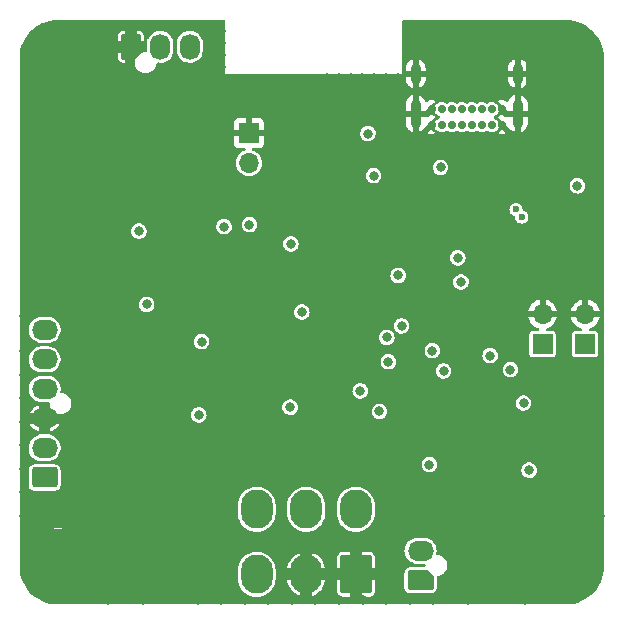
<source format=gbr>
%TF.GenerationSoftware,KiCad,Pcbnew,(6.0.2)*%
%TF.CreationDate,2022-07-13T14:29:07+01:00*%
%TF.ProjectId,Actuators Board,41637475-6174-46f7-9273-20426f617264,rev?*%
%TF.SameCoordinates,Original*%
%TF.FileFunction,Copper,L2,Inr*%
%TF.FilePolarity,Positive*%
%FSLAX46Y46*%
G04 Gerber Fmt 4.6, Leading zero omitted, Abs format (unit mm)*
G04 Created by KiCad (PCBNEW (6.0.2)) date 2022-07-13 14:29:07*
%MOMM*%
%LPD*%
G01*
G04 APERTURE LIST*
G04 Aperture macros list*
%AMRoundRect*
0 Rectangle with rounded corners*
0 $1 Rounding radius*
0 $2 $3 $4 $5 $6 $7 $8 $9 X,Y pos of 4 corners*
0 Add a 4 corners polygon primitive as box body*
4,1,4,$2,$3,$4,$5,$6,$7,$8,$9,$2,$3,0*
0 Add four circle primitives for the rounded corners*
1,1,$1+$1,$2,$3*
1,1,$1+$1,$4,$5*
1,1,$1+$1,$6,$7*
1,1,$1+$1,$8,$9*
0 Add four rect primitives between the rounded corners*
20,1,$1+$1,$2,$3,$4,$5,0*
20,1,$1+$1,$4,$5,$6,$7,0*
20,1,$1+$1,$6,$7,$8,$9,0*
20,1,$1+$1,$8,$9,$2,$3,0*%
%AMFreePoly0*
4,1,23,0.945671,0.830970,1.026777,0.776777,1.080970,0.695671,1.100000,0.600000,1.100000,-0.600000,1.080970,-0.695671,1.026777,-0.776777,0.945671,-0.830970,0.850000,-0.850000,-0.450000,-0.850000,-0.545671,-0.830970,-0.626777,-0.776777,-0.626779,-0.776774,-1.026777,-0.376777,-1.080970,-0.295671,-1.100000,-0.200000,-1.100000,0.600000,-1.080970,0.695671,-1.026777,0.776777,-0.945671,0.830970,
-0.850000,0.850000,0.850000,0.850000,0.945671,0.830970,0.945671,0.830970,$1*%
G04 Aperture macros list end*
%TA.AperFunction,ComponentPad*%
%ADD10R,1.700000X1.700000*%
%TD*%
%TA.AperFunction,ComponentPad*%
%ADD11O,1.700000X1.700000*%
%TD*%
%TA.AperFunction,ComponentPad*%
%ADD12C,5.600000*%
%TD*%
%TA.AperFunction,ComponentPad*%
%ADD13RoundRect,0.250000X0.850000X0.600000X-0.850000X0.600000X-0.850000X-0.600000X0.850000X-0.600000X0*%
%TD*%
%TA.AperFunction,ComponentPad*%
%ADD14O,2.200000X1.700000*%
%TD*%
%TA.AperFunction,ComponentPad*%
%ADD15RoundRect,0.250001X1.099999X1.399999X-1.099999X1.399999X-1.099999X-1.399999X1.099999X-1.399999X0*%
%TD*%
%TA.AperFunction,ComponentPad*%
%ADD16O,2.700000X3.300000*%
%TD*%
%TA.AperFunction,ComponentPad*%
%ADD17C,0.700000*%
%TD*%
%TA.AperFunction,ComponentPad*%
%ADD18O,0.900000X1.700000*%
%TD*%
%TA.AperFunction,ComponentPad*%
%ADD19O,0.900000X2.400000*%
%TD*%
%TA.AperFunction,ComponentPad*%
%ADD20FreePoly0,90.000000*%
%TD*%
%TA.AperFunction,ComponentPad*%
%ADD21O,1.700000X2.200000*%
%TD*%
%TA.AperFunction,ComponentPad*%
%ADD22FreePoly0,180.000000*%
%TD*%
%TA.AperFunction,ViaPad*%
%ADD23C,0.800000*%
%TD*%
%TA.AperFunction,ViaPad*%
%ADD24C,0.600000*%
%TD*%
G04 APERTURE END LIST*
D10*
%TO.N,GND*%
%TO.C,J6*%
X74670000Y-39830000D03*
D11*
%TO.N,/SSRGPIO*%
X74670000Y-42370000D03*
%TD*%
D12*
%TO.N,GND*%
%TO.C,H1*%
X58500000Y-76500000D03*
%TD*%
D13*
%TO.N,/Motor+*%
%TO.C,J5*%
X57370000Y-69000000D03*
D14*
%TO.N,/Motor-*%
X57370000Y-66500000D03*
%TO.N,GND*%
X57370000Y-64000000D03*
%TO.N,+3V3*%
X57370000Y-61500000D03*
%TO.N,/Hall1*%
X57370000Y-59000000D03*
%TO.N,/Hall2*%
X57370000Y-56500000D03*
%TD*%
D15*
%TO.N,GND*%
%TO.C,J1*%
X83725000Y-77190000D03*
D16*
X79525000Y-77190000D03*
%TO.N,Net-(J1-Pad3)*%
X75325000Y-77190000D03*
%TO.N,+24V*%
X83725000Y-71690000D03*
%TO.N,/CAN_HIGH*%
X79525000Y-71690000D03*
%TO.N,/CAN_LOW*%
X75325000Y-71690000D03*
%TD*%
D17*
%TO.N,GND*%
%TO.C,J3*%
X96085000Y-39165000D03*
%TO.N,VBUS*%
X95235000Y-39165000D03*
%TO.N,Net-(J3-PadA5)*%
X94385000Y-39165000D03*
%TO.N,/USB -> UART/Data+*%
X93535000Y-39165000D03*
%TO.N,/USB -> UART/Data-*%
X92685000Y-39165000D03*
%TO.N,unconnected-(J3-PadA8)*%
X91835000Y-39165000D03*
%TO.N,VBUS*%
X90985000Y-39165000D03*
%TO.N,GND*%
X90135000Y-39165000D03*
X90135000Y-37815000D03*
%TO.N,VBUS*%
X90985000Y-37815000D03*
%TO.N,Net-(J3-PadB5)*%
X91835000Y-37815000D03*
%TO.N,/USB -> UART/Data+*%
X92685000Y-37815000D03*
%TO.N,/USB -> UART/Data-*%
X93535000Y-37815000D03*
%TO.N,unconnected-(J3-PadB8)*%
X94385000Y-37815000D03*
%TO.N,VBUS*%
X95235000Y-37815000D03*
%TO.N,GND*%
X96085000Y-37815000D03*
D18*
X97435000Y-34805000D03*
D19*
X97435000Y-38185000D03*
X88785000Y-38185000D03*
D18*
X88785000Y-34805000D03*
%TD*%
D12*
%TO.N,GND*%
%TO.C,H2*%
X101500000Y-33500000D03*
%TD*%
D10*
%TO.N,Net-(BOOTJUMPER1-Pad1)*%
%TO.C,BOOTJUMPER1*%
X103150000Y-57700000D03*
D11*
%TO.N,GND*%
X103150000Y-55160000D03*
%TD*%
D10*
%TO.N,Net-(C1-Pad1)*%
%TO.C,ENJUMPER1*%
X99530855Y-57700000D03*
D11*
%TO.N,GND*%
X99530855Y-55160000D03*
%TD*%
D20*
%TO.N,GND*%
%TO.C,J4*%
X64675000Y-32525000D03*
D21*
%TO.N,+6V*%
X67175000Y-32525000D03*
%TO.N,/ServoPWM*%
X69675000Y-32525000D03*
%TD*%
D12*
%TO.N,GND*%
%TO.C,H3*%
X101500000Y-76500000D03*
%TD*%
%TO.N,GND*%
%TO.C,H4*%
X58500000Y-33500000D03*
%TD*%
D22*
%TO.N,+24V*%
%TO.C,J2*%
X89200000Y-77700000D03*
D14*
%TO.N,/SolGND*%
X89200000Y-75200000D03*
%TD*%
D23*
%TO.N,GND*%
X70550000Y-52125000D03*
X80225000Y-36250000D03*
X83230000Y-60530000D03*
X76321000Y-79342000D03*
X75620000Y-60550000D03*
X73390000Y-70240000D03*
X98048000Y-79351000D03*
X84525000Y-50750000D03*
X102400000Y-53350000D03*
X104349000Y-42366000D03*
X55651000Y-66263000D03*
X100700000Y-72400000D03*
X81875000Y-50725000D03*
X79910000Y-39360000D03*
X84550000Y-45850000D03*
X100530000Y-60430000D03*
X69700000Y-68860000D03*
X81900000Y-48325000D03*
X93075000Y-69075000D03*
X77747559Y-42182067D03*
X81875000Y-45850000D03*
X74000000Y-61760000D03*
X62970000Y-70250000D03*
X87810000Y-57590000D03*
X81275000Y-35200000D03*
X96650000Y-53050000D03*
X79760000Y-43575869D03*
X63580000Y-67540000D03*
X94150000Y-62880000D03*
X88790000Y-43970000D03*
X104353000Y-70233000D03*
X79880713Y-40383011D03*
X93184000Y-30652000D03*
X88060000Y-31650000D03*
X80000000Y-67300000D03*
X95175000Y-30655000D03*
X82890000Y-62670000D03*
X84500000Y-48325000D03*
X81600000Y-72870000D03*
X59900000Y-70980000D03*
X99980000Y-40850000D03*
X77747559Y-41382564D03*
X70550000Y-50925000D03*
X65200000Y-63450000D03*
X81300000Y-66490000D03*
X55654000Y-62281000D03*
X81140000Y-61220000D03*
X94875000Y-68825000D03*
X70361000Y-79346000D03*
X97130000Y-48580000D03*
X84525000Y-49625000D03*
X83225000Y-50750000D03*
X62702000Y-79344000D03*
X69330000Y-52100000D03*
X104347000Y-41377000D03*
X75150000Y-35250000D03*
X73480000Y-43840000D03*
X104358000Y-72220000D03*
X80225000Y-37275000D03*
X80625000Y-55075000D03*
X77600000Y-67300000D03*
X81900000Y-49650000D03*
X66550000Y-50975000D03*
X67750000Y-72050000D03*
X87325000Y-35200000D03*
X68990000Y-70270000D03*
X65685000Y-79343000D03*
X79755383Y-42776016D03*
X80750000Y-48325000D03*
X72300000Y-64620000D03*
X85650000Y-49625000D03*
X95030000Y-55530000D03*
X84475000Y-47000000D03*
X93256000Y-79343000D03*
X82275000Y-35175000D03*
X65669000Y-76831000D03*
X91325000Y-41375000D03*
X84293000Y-79342000D03*
X74100000Y-35225000D03*
X75278000Y-53043000D03*
X75384000Y-69404000D03*
X89300000Y-71300000D03*
X55653000Y-64278000D03*
X71440000Y-69820000D03*
X55650000Y-58300000D03*
X96425000Y-69850000D03*
X90267000Y-79343000D03*
X72250000Y-35250000D03*
X85300000Y-35200000D03*
X87420000Y-67470000D03*
X83200000Y-47000000D03*
X83275000Y-35200000D03*
X79755383Y-41975092D03*
X86300000Y-35200000D03*
X77751753Y-42982386D03*
X81875000Y-47000000D03*
X89197000Y-30654000D03*
X73050000Y-35225000D03*
X104344000Y-40379000D03*
X86279000Y-79347000D03*
X76150000Y-35225000D03*
X97400000Y-72000000D03*
X101590000Y-59340000D03*
X72260000Y-67170000D03*
X67910000Y-52150000D03*
X88060000Y-30650000D03*
X78321000Y-79342000D03*
X88280000Y-79348000D03*
X103475000Y-63100000D03*
X97172000Y-30655000D03*
X72280000Y-33250000D03*
X84250000Y-35200000D03*
X77225000Y-38000000D03*
X81460000Y-56970000D03*
X55649000Y-60294000D03*
X80775000Y-46975000D03*
X66550000Y-52150000D03*
X87680000Y-53030000D03*
X76370000Y-55220000D03*
X55656000Y-70251000D03*
X55651000Y-55315000D03*
X68250000Y-67610000D03*
X80775000Y-49650000D03*
X80225000Y-38300000D03*
X77751753Y-43782386D03*
X77250000Y-36725000D03*
X85780000Y-55060000D03*
X63920000Y-71630000D03*
X91188000Y-30657000D03*
X83225000Y-45875000D03*
X79755026Y-41174018D03*
X89000000Y-64400000D03*
X76200000Y-59220000D03*
X77452000Y-72944000D03*
X77227000Y-51797000D03*
X80225000Y-35225000D03*
X86675000Y-72275000D03*
X73380000Y-73150000D03*
X87475000Y-68775000D03*
X55654000Y-72236000D03*
X69375000Y-65400000D03*
X72280000Y-34250000D03*
X104344000Y-43368000D03*
X88060000Y-32650000D03*
X104350000Y-38374000D03*
X72850000Y-42190000D03*
X101450000Y-47650000D03*
X85675000Y-48325000D03*
X69310000Y-50910000D03*
X72280000Y-32230000D03*
X74333000Y-79338000D03*
X73530000Y-67150000D03*
X93260000Y-62170000D03*
X72280000Y-31230000D03*
X87420000Y-44480000D03*
X86640000Y-61840000D03*
X80308000Y-79337000D03*
X89000000Y-61800000D03*
X102580000Y-42030000D03*
X91170000Y-62120000D03*
X67900000Y-50970000D03*
X85650000Y-47000000D03*
X80220000Y-69460000D03*
X91110000Y-44500000D03*
X70810000Y-73260000D03*
X82306000Y-79347000D03*
X83200000Y-48325000D03*
X72348000Y-79341000D03*
X59570000Y-57530000D03*
X77250000Y-39275000D03*
X83225000Y-49650000D03*
X55656000Y-68250000D03*
%TO.N,Net-(C16-Pad1)*%
X65352039Y-48144518D03*
X66015000Y-54342519D03*
D24*
%TO.N,/USB -> UART/Data-*%
X97280000Y-46300000D03*
%TO.N,/USB -> UART/Data+*%
X97780000Y-46940000D03*
D23*
%TO.N,/SolEN*%
X98390000Y-68380000D03*
X97920000Y-62700000D03*
%TO.N,/ServoPWM*%
X87310000Y-51890000D03*
%TO.N,/RTS*%
X92350000Y-50400000D03*
X92625000Y-52445229D03*
%TO.N,/ES1GPIO*%
X84090000Y-61660000D03*
X72560000Y-47760000D03*
%TO.N,/EN*%
X78225000Y-49225000D03*
X96810855Y-59860000D03*
X95090000Y-58675229D03*
X86475000Y-59200000D03*
%TO.N,/CAN-BUS/Vref*%
X70425000Y-63700000D03*
X78150000Y-63050000D03*
%TO.N,/BOOT*%
X87590000Y-56160000D03*
X91150000Y-59969742D03*
%TO.N,+3V3*%
X74720000Y-47590000D03*
X79150000Y-55000000D03*
X89950000Y-67900000D03*
X85720000Y-63410000D03*
X85225000Y-43450000D03*
X90200000Y-58250000D03*
X90900000Y-42750000D03*
X102475000Y-44300000D03*
X86350000Y-57140000D03*
X84750000Y-39875000D03*
%TO.N,+24V*%
X70668226Y-57499904D03*
%TD*%
%TA.AperFunction,Conductor*%
%TO.N,GND*%
G36*
X72617121Y-30274002D02*
G01*
X72663614Y-30327658D01*
X72675000Y-30380000D01*
X72675000Y-34800000D01*
X87672052Y-34800000D01*
X87672052Y-34532885D01*
X87935000Y-34532885D01*
X87939475Y-34548124D01*
X87940865Y-34549329D01*
X87948548Y-34551000D01*
X88512885Y-34551000D01*
X88528124Y-34546525D01*
X88529329Y-34545135D01*
X88531000Y-34537452D01*
X88531000Y-34532885D01*
X89039000Y-34532885D01*
X89043475Y-34548124D01*
X89044865Y-34549329D01*
X89052548Y-34551000D01*
X89616885Y-34551000D01*
X89632124Y-34546525D01*
X89633329Y-34545135D01*
X89635000Y-34537452D01*
X89635000Y-34532885D01*
X96585000Y-34532885D01*
X96589475Y-34548124D01*
X96590865Y-34549329D01*
X96598548Y-34551000D01*
X97162885Y-34551000D01*
X97178124Y-34546525D01*
X97179329Y-34545135D01*
X97181000Y-34537452D01*
X97181000Y-33611412D01*
X97177027Y-33597881D01*
X97168702Y-33596684D01*
X97126826Y-33608218D01*
X97114215Y-33613211D01*
X96962924Y-33692978D01*
X96951666Y-33700571D01*
X96821038Y-33810961D01*
X96811676Y-33820792D01*
X96707797Y-33956660D01*
X96700771Y-33968262D01*
X96628485Y-34123282D01*
X96624117Y-34136110D01*
X96586445Y-34304649D01*
X96585073Y-34314537D01*
X96585000Y-34317139D01*
X96585000Y-34532885D01*
X89635000Y-34532885D01*
X89635000Y-34362280D01*
X89634631Y-34355466D01*
X89620804Y-34228184D01*
X89617890Y-34214932D01*
X89563338Y-34052833D01*
X89557645Y-34040511D01*
X89469559Y-33893913D01*
X89461351Y-33883099D01*
X89343839Y-33758834D01*
X89333508Y-33750042D01*
X89192043Y-33653901D01*
X89180074Y-33647537D01*
X89055820Y-33597839D01*
X89041782Y-33596502D01*
X89039000Y-33601324D01*
X89039000Y-34532885D01*
X88531000Y-34532885D01*
X88531000Y-33611412D01*
X88527027Y-33597881D01*
X88518702Y-33596684D01*
X88476826Y-33608218D01*
X88464215Y-33613211D01*
X88312924Y-33692978D01*
X88301666Y-33700571D01*
X88171038Y-33810961D01*
X88161676Y-33820792D01*
X88057797Y-33956660D01*
X88050771Y-33968262D01*
X87978485Y-34123282D01*
X87974117Y-34136110D01*
X87936445Y-34304649D01*
X87935073Y-34314537D01*
X87935000Y-34317139D01*
X87935000Y-34532885D01*
X87672052Y-34532885D01*
X87672052Y-30380000D01*
X87692054Y-30311879D01*
X87745710Y-30265386D01*
X87798052Y-30254000D01*
X98150000Y-30254000D01*
X98150000Y-33892294D01*
X98104109Y-33873617D01*
X98091014Y-33861594D01*
X97993839Y-33758834D01*
X97983508Y-33750042D01*
X97842043Y-33653901D01*
X97830074Y-33647537D01*
X97705820Y-33597839D01*
X97691782Y-33596502D01*
X97689000Y-33601324D01*
X97689000Y-34532885D01*
X97693475Y-34548124D01*
X97694865Y-34549329D01*
X97702548Y-34551000D01*
X98150000Y-34551000D01*
X98150000Y-35059000D01*
X97707115Y-35059000D01*
X97691876Y-35063475D01*
X97690671Y-35064865D01*
X97689000Y-35072548D01*
X97689000Y-35998588D01*
X97692973Y-36012119D01*
X97701298Y-36013316D01*
X97743174Y-36001782D01*
X97755785Y-35996789D01*
X97907076Y-35917022D01*
X97918334Y-35909429D01*
X98048962Y-35799039D01*
X98058324Y-35789208D01*
X98150000Y-35669301D01*
X98150000Y-36750000D01*
X104746000Y-36750000D01*
X104746000Y-73300000D01*
X101601279Y-73300000D01*
X101525893Y-73295257D01*
X101518862Y-73295208D01*
X101420882Y-73300000D01*
X98050000Y-73300000D01*
X98050000Y-79746000D01*
X61880000Y-79746000D01*
X61880000Y-79360000D01*
X77440000Y-79360000D01*
X85970000Y-79360000D01*
X85970000Y-78275376D01*
X87840514Y-78275376D01*
X87840559Y-78275376D01*
X87840602Y-78275676D01*
X87840602Y-78350623D01*
X87860005Y-78448168D01*
X87862372Y-78453883D01*
X87862374Y-78453889D01*
X87886724Y-78512675D01*
X87898750Y-78541708D01*
X87902188Y-78546853D01*
X87902191Y-78546859D01*
X87950566Y-78619257D01*
X87950569Y-78619261D01*
X87954005Y-78624403D01*
X88025597Y-78695995D01*
X88030739Y-78699431D01*
X88030743Y-78699434D01*
X88103141Y-78747809D01*
X88103147Y-78747812D01*
X88108292Y-78751250D01*
X88201832Y-78789995D01*
X88274753Y-78804500D01*
X88299377Y-78809398D01*
X88374219Y-78809398D01*
X88374624Y-78809442D01*
X88374624Y-78809486D01*
X90025376Y-78809486D01*
X90025376Y-78809441D01*
X90025676Y-78809398D01*
X90100624Y-78809398D01*
X90125248Y-78804500D01*
X90198169Y-78789995D01*
X90203886Y-78787627D01*
X90203889Y-78787626D01*
X90285986Y-78753620D01*
X90291708Y-78751250D01*
X90296853Y-78747812D01*
X90296859Y-78747809D01*
X90369257Y-78699434D01*
X90369261Y-78699431D01*
X90374403Y-78695995D01*
X90445995Y-78624403D01*
X90449431Y-78619261D01*
X90449434Y-78619257D01*
X90497809Y-78546859D01*
X90497812Y-78546853D01*
X90501250Y-78541708D01*
X90513276Y-78512675D01*
X90537626Y-78453889D01*
X90537628Y-78453883D01*
X90539995Y-78448168D01*
X90559398Y-78350623D01*
X90559398Y-78275781D01*
X90559442Y-78275376D01*
X90559486Y-78275376D01*
X90559486Y-77524624D01*
X90559441Y-77524624D01*
X90559398Y-77524324D01*
X90559398Y-77470895D01*
X90579400Y-77402774D01*
X90633056Y-77356281D01*
X90672227Y-77345585D01*
X90722529Y-77340298D01*
X90722531Y-77340298D01*
X90729092Y-77339608D01*
X90909920Y-77280853D01*
X91074580Y-77185786D01*
X91100006Y-77162893D01*
X91210966Y-77062984D01*
X91210967Y-77062983D01*
X91215877Y-77058562D01*
X91306138Y-76934329D01*
X91323754Y-76910083D01*
X91323755Y-76910082D01*
X91327635Y-76904741D01*
X91348316Y-76858292D01*
X91402284Y-76737076D01*
X91402284Y-76737075D01*
X91404969Y-76731045D01*
X91427286Y-76626054D01*
X91443128Y-76551524D01*
X91443128Y-76551520D01*
X91444500Y-76545067D01*
X91444500Y-76354933D01*
X91440836Y-76337692D01*
X91408867Y-76187294D01*
X91404969Y-76168955D01*
X91400679Y-76159320D01*
X91330320Y-76001289D01*
X91330319Y-76001287D01*
X91327635Y-75995259D01*
X91293445Y-75948200D01*
X91276578Y-75924986D01*
X91215877Y-75841438D01*
X91116478Y-75751939D01*
X91079488Y-75718633D01*
X91079487Y-75718632D01*
X91074580Y-75714214D01*
X90909920Y-75619147D01*
X90729092Y-75560392D01*
X90722531Y-75559702D01*
X90722529Y-75559702D01*
X90647365Y-75551802D01*
X90581708Y-75524788D01*
X90541079Y-75466567D01*
X90535840Y-75408412D01*
X90557338Y-75260140D01*
X90557338Y-75260137D01*
X90558199Y-75254200D01*
X90548455Y-75043667D01*
X90524233Y-74943158D01*
X90500482Y-74844607D01*
X90500481Y-74844605D01*
X90499076Y-74838774D01*
X90483571Y-74804671D01*
X90414323Y-74652371D01*
X90411843Y-74646916D01*
X90289904Y-74475014D01*
X90137660Y-74329272D01*
X90035918Y-74263578D01*
X89965640Y-74218200D01*
X89965637Y-74218199D01*
X89960603Y-74214948D01*
X89765122Y-74136166D01*
X89630739Y-74109923D01*
X89562717Y-74096639D01*
X89562714Y-74096639D01*
X89558271Y-74095771D01*
X89552730Y-74095500D01*
X88897341Y-74095500D01*
X88740194Y-74110493D01*
X88537958Y-74169823D01*
X88532619Y-74172573D01*
X88355921Y-74263578D01*
X88355918Y-74263580D01*
X88350590Y-74266324D01*
X88345875Y-74270028D01*
X88189568Y-74392808D01*
X88189564Y-74392812D01*
X88184851Y-74396514D01*
X88180920Y-74401044D01*
X88180919Y-74401045D01*
X88050650Y-74551165D01*
X88050646Y-74551170D01*
X88046719Y-74555696D01*
X87941181Y-74738126D01*
X87872043Y-74937222D01*
X87871183Y-74943155D01*
X87871182Y-74943158D01*
X87851607Y-75078165D01*
X87841801Y-75145800D01*
X87851545Y-75356333D01*
X87852949Y-75362158D01*
X87891707Y-75522979D01*
X87900924Y-75561226D01*
X87903406Y-75566684D01*
X87903407Y-75566688D01*
X87952444Y-75674538D01*
X87988157Y-75753084D01*
X88110096Y-75924986D01*
X88262340Y-76070728D01*
X88267375Y-76073979D01*
X88434360Y-76181800D01*
X88434363Y-76181801D01*
X88439397Y-76185052D01*
X88634878Y-76263834D01*
X88769099Y-76290045D01*
X88837283Y-76303361D01*
X88837286Y-76303361D01*
X88841729Y-76304229D01*
X88847270Y-76304500D01*
X89502659Y-76304500D01*
X89503805Y-76304391D01*
X89572498Y-76321054D01*
X89621492Y-76372435D01*
X89635500Y-76430174D01*
X89635500Y-76464514D01*
X89615498Y-76532635D01*
X89561842Y-76579128D01*
X89509500Y-76590514D01*
X88374624Y-76590514D01*
X88374624Y-76590559D01*
X88374324Y-76590602D01*
X88299377Y-76590602D01*
X88201832Y-76610005D01*
X88196117Y-76612372D01*
X88196111Y-76612374D01*
X88140860Y-76635260D01*
X88108292Y-76648750D01*
X88103147Y-76652188D01*
X88103141Y-76652191D01*
X88030743Y-76700566D01*
X88030739Y-76700569D01*
X88025597Y-76704005D01*
X87954005Y-76775597D01*
X87950569Y-76780739D01*
X87950566Y-76780743D01*
X87902191Y-76853141D01*
X87902188Y-76853147D01*
X87898750Y-76858292D01*
X87860005Y-76951832D01*
X87845500Y-77024753D01*
X87840602Y-77049377D01*
X87840602Y-77124219D01*
X87840558Y-77124624D01*
X87840514Y-77124624D01*
X87840514Y-78275376D01*
X85970000Y-78275376D01*
X85970000Y-74790000D01*
X77440000Y-74790000D01*
X77440000Y-79360000D01*
X61880000Y-79360000D01*
X61880000Y-77553036D01*
X73720500Y-77553036D01*
X73720693Y-77555484D01*
X73720693Y-77555493D01*
X73723491Y-77591043D01*
X73735354Y-77741775D01*
X73736508Y-77746582D01*
X73736509Y-77746588D01*
X73754198Y-77820267D01*
X73794312Y-77987351D01*
X73796205Y-77991922D01*
X73796206Y-77991924D01*
X73867150Y-78163197D01*
X73890960Y-78220680D01*
X74022919Y-78436017D01*
X74186939Y-78628061D01*
X74378983Y-78792081D01*
X74594320Y-78924040D01*
X74598890Y-78925933D01*
X74598894Y-78925935D01*
X74787713Y-79004146D01*
X74827649Y-79020688D01*
X74853245Y-79026833D01*
X75068412Y-79078491D01*
X75068418Y-79078492D01*
X75073225Y-79079646D01*
X75325000Y-79099461D01*
X75576775Y-79079646D01*
X75581582Y-79078492D01*
X75581588Y-79078491D01*
X75796755Y-79026833D01*
X75822351Y-79020688D01*
X75862287Y-79004146D01*
X76051106Y-78925935D01*
X76051110Y-78925933D01*
X76055680Y-78924040D01*
X76271017Y-78792081D01*
X76463061Y-78628061D01*
X76627081Y-78436017D01*
X76759040Y-78220680D01*
X76782851Y-78163197D01*
X76853794Y-77991924D01*
X76853795Y-77991922D01*
X76855688Y-77987351D01*
X76895802Y-77820267D01*
X76913491Y-77746588D01*
X76913492Y-77746582D01*
X76914646Y-77741775D01*
X76926509Y-77591043D01*
X76929307Y-77555493D01*
X76929307Y-77555484D01*
X76929500Y-77553036D01*
X76929500Y-76826964D01*
X76928656Y-76816230D01*
X76915034Y-76643159D01*
X76914646Y-76638225D01*
X76913492Y-76633418D01*
X76913491Y-76633412D01*
X76856843Y-76397461D01*
X76855688Y-76392649D01*
X76853794Y-76388076D01*
X76760935Y-76163894D01*
X76760933Y-76163890D01*
X76759040Y-76159320D01*
X76627081Y-75943983D01*
X76463061Y-75751939D01*
X76271017Y-75587919D01*
X76055680Y-75455960D01*
X76051110Y-75454067D01*
X76051106Y-75454065D01*
X75826924Y-75361206D01*
X75826922Y-75361205D01*
X75822351Y-75359312D01*
X75727429Y-75336523D01*
X75581588Y-75301509D01*
X75581582Y-75301508D01*
X75576775Y-75300354D01*
X75325000Y-75280539D01*
X75073225Y-75300354D01*
X75068418Y-75301508D01*
X75068412Y-75301509D01*
X74922571Y-75336523D01*
X74827649Y-75359312D01*
X74823078Y-75361205D01*
X74823076Y-75361206D01*
X74598894Y-75454065D01*
X74598890Y-75454067D01*
X74594320Y-75455960D01*
X74378983Y-75587919D01*
X74186939Y-75751939D01*
X74022919Y-75943983D01*
X73890960Y-76159320D01*
X73889067Y-76163890D01*
X73889065Y-76163894D01*
X73796206Y-76388076D01*
X73794312Y-76392649D01*
X73793157Y-76397461D01*
X73736509Y-76633412D01*
X73736508Y-76633418D01*
X73735354Y-76638225D01*
X73734966Y-76643159D01*
X73721345Y-76816230D01*
X73720500Y-76826964D01*
X73720500Y-77553036D01*
X61880000Y-77553036D01*
X61880000Y-73330000D01*
X58950358Y-73330000D01*
X58882950Y-73318114D01*
X58875979Y-73317283D01*
X58525893Y-73295257D01*
X58518862Y-73295208D01*
X58168489Y-73312344D01*
X58161511Y-73313078D01*
X58057030Y-73330000D01*
X55254000Y-73330000D01*
X55254000Y-72053036D01*
X73720500Y-72053036D01*
X73735354Y-72241775D01*
X73736508Y-72246582D01*
X73736509Y-72246588D01*
X73773613Y-72401135D01*
X73794312Y-72487351D01*
X73890960Y-72720680D01*
X74022919Y-72936017D01*
X74186939Y-73128061D01*
X74378983Y-73292081D01*
X74594320Y-73424040D01*
X74598890Y-73425933D01*
X74598894Y-73425935D01*
X74823076Y-73518794D01*
X74827649Y-73520688D01*
X74913865Y-73541387D01*
X75068412Y-73578491D01*
X75068418Y-73578492D01*
X75073225Y-73579646D01*
X75325000Y-73599461D01*
X75576775Y-73579646D01*
X75581582Y-73578492D01*
X75581588Y-73578491D01*
X75736135Y-73541387D01*
X75822351Y-73520688D01*
X75826924Y-73518794D01*
X76051106Y-73425935D01*
X76051110Y-73425933D01*
X76055680Y-73424040D01*
X76271017Y-73292081D01*
X76463061Y-73128061D01*
X76627081Y-72936017D01*
X76759040Y-72720680D01*
X76855688Y-72487351D01*
X76876387Y-72401135D01*
X76913491Y-72246588D01*
X76913492Y-72246582D01*
X76914646Y-72241775D01*
X76929500Y-72053036D01*
X77920500Y-72053036D01*
X77935354Y-72241775D01*
X77936508Y-72246582D01*
X77936509Y-72246588D01*
X77973613Y-72401135D01*
X77994312Y-72487351D01*
X78090960Y-72720680D01*
X78222919Y-72936017D01*
X78386939Y-73128061D01*
X78578983Y-73292081D01*
X78794320Y-73424040D01*
X78798890Y-73425933D01*
X78798894Y-73425935D01*
X79023076Y-73518794D01*
X79027649Y-73520688D01*
X79113865Y-73541387D01*
X79268412Y-73578491D01*
X79268418Y-73578492D01*
X79273225Y-73579646D01*
X79525000Y-73599461D01*
X79776775Y-73579646D01*
X79781582Y-73578492D01*
X79781588Y-73578491D01*
X79936135Y-73541387D01*
X80022351Y-73520688D01*
X80026924Y-73518794D01*
X80251106Y-73425935D01*
X80251110Y-73425933D01*
X80255680Y-73424040D01*
X80471017Y-73292081D01*
X80663061Y-73128061D01*
X80827081Y-72936017D01*
X80959040Y-72720680D01*
X81055688Y-72487351D01*
X81076387Y-72401135D01*
X81113491Y-72246588D01*
X81113492Y-72246582D01*
X81114646Y-72241775D01*
X81129500Y-72053036D01*
X82120500Y-72053036D01*
X82135354Y-72241775D01*
X82136508Y-72246582D01*
X82136509Y-72246588D01*
X82173613Y-72401135D01*
X82194312Y-72487351D01*
X82290960Y-72720680D01*
X82422919Y-72936017D01*
X82586939Y-73128061D01*
X82778983Y-73292081D01*
X82994320Y-73424040D01*
X82998890Y-73425933D01*
X82998894Y-73425935D01*
X83223076Y-73518794D01*
X83227649Y-73520688D01*
X83313865Y-73541387D01*
X83468412Y-73578491D01*
X83468418Y-73578492D01*
X83473225Y-73579646D01*
X83725000Y-73599461D01*
X83976775Y-73579646D01*
X83981582Y-73578492D01*
X83981588Y-73578491D01*
X84136135Y-73541387D01*
X84222351Y-73520688D01*
X84226924Y-73518794D01*
X84451106Y-73425935D01*
X84451110Y-73425933D01*
X84455680Y-73424040D01*
X84671017Y-73292081D01*
X84863061Y-73128061D01*
X85027081Y-72936017D01*
X85159040Y-72720680D01*
X85255688Y-72487351D01*
X85276387Y-72401135D01*
X85313491Y-72246588D01*
X85313492Y-72246582D01*
X85314646Y-72241775D01*
X85329500Y-72053036D01*
X85329500Y-71326964D01*
X85314646Y-71138225D01*
X85313492Y-71133418D01*
X85313491Y-71133412D01*
X85256843Y-70897461D01*
X85255688Y-70892649D01*
X85159040Y-70659320D01*
X85027081Y-70443983D01*
X84863061Y-70251939D01*
X84671017Y-70087919D01*
X84455680Y-69955960D01*
X84451110Y-69954067D01*
X84451106Y-69954065D01*
X84226924Y-69861206D01*
X84226922Y-69861205D01*
X84222351Y-69859312D01*
X84126750Y-69836360D01*
X83981588Y-69801509D01*
X83981582Y-69801508D01*
X83976775Y-69800354D01*
X83725000Y-69780539D01*
X83473225Y-69800354D01*
X83468418Y-69801508D01*
X83468412Y-69801509D01*
X83323250Y-69836360D01*
X83227649Y-69859312D01*
X83223078Y-69861205D01*
X83223076Y-69861206D01*
X82998894Y-69954065D01*
X82998890Y-69954067D01*
X82994320Y-69955960D01*
X82778983Y-70087919D01*
X82586939Y-70251939D01*
X82422919Y-70443983D01*
X82290960Y-70659320D01*
X82194312Y-70892649D01*
X82193157Y-70897461D01*
X82136509Y-71133412D01*
X82136508Y-71133418D01*
X82135354Y-71138225D01*
X82120500Y-71326964D01*
X82120500Y-72053036D01*
X81129500Y-72053036D01*
X81129500Y-71326964D01*
X81114646Y-71138225D01*
X81113492Y-71133418D01*
X81113491Y-71133412D01*
X81056843Y-70897461D01*
X81055688Y-70892649D01*
X80959040Y-70659320D01*
X80827081Y-70443983D01*
X80663061Y-70251939D01*
X80471017Y-70087919D01*
X80255680Y-69955960D01*
X80251110Y-69954067D01*
X80251106Y-69954065D01*
X80026924Y-69861206D01*
X80026922Y-69861205D01*
X80022351Y-69859312D01*
X79926750Y-69836360D01*
X79781588Y-69801509D01*
X79781582Y-69801508D01*
X79776775Y-69800354D01*
X79525000Y-69780539D01*
X79273225Y-69800354D01*
X79268418Y-69801508D01*
X79268412Y-69801509D01*
X79123250Y-69836360D01*
X79027649Y-69859312D01*
X79023078Y-69861205D01*
X79023076Y-69861206D01*
X78798894Y-69954065D01*
X78798890Y-69954067D01*
X78794320Y-69955960D01*
X78578983Y-70087919D01*
X78386939Y-70251939D01*
X78222919Y-70443983D01*
X78090960Y-70659320D01*
X77994312Y-70892649D01*
X77993157Y-70897461D01*
X77936509Y-71133412D01*
X77936508Y-71133418D01*
X77935354Y-71138225D01*
X77920500Y-71326964D01*
X77920500Y-72053036D01*
X76929500Y-72053036D01*
X76929500Y-71326964D01*
X76914646Y-71138225D01*
X76913492Y-71133418D01*
X76913491Y-71133412D01*
X76856843Y-70897461D01*
X76855688Y-70892649D01*
X76759040Y-70659320D01*
X76627081Y-70443983D01*
X76463061Y-70251939D01*
X76271017Y-70087919D01*
X76055680Y-69955960D01*
X76051110Y-69954067D01*
X76051106Y-69954065D01*
X75826924Y-69861206D01*
X75826922Y-69861205D01*
X75822351Y-69859312D01*
X75726750Y-69836360D01*
X75581588Y-69801509D01*
X75581582Y-69801508D01*
X75576775Y-69800354D01*
X75325000Y-69780539D01*
X75073225Y-69800354D01*
X75068418Y-69801508D01*
X75068412Y-69801509D01*
X74923250Y-69836360D01*
X74827649Y-69859312D01*
X74823078Y-69861205D01*
X74823076Y-69861206D01*
X74598894Y-69954065D01*
X74598890Y-69954067D01*
X74594320Y-69955960D01*
X74378983Y-70087919D01*
X74186939Y-70251939D01*
X74022919Y-70443983D01*
X73890960Y-70659320D01*
X73794312Y-70892649D01*
X73793157Y-70897461D01*
X73736509Y-71133412D01*
X73736508Y-71133418D01*
X73735354Y-71138225D01*
X73720500Y-71326964D01*
X73720500Y-72053036D01*
X55254000Y-72053036D01*
X55254000Y-69647756D01*
X56015500Y-69647756D01*
X56022202Y-69709448D01*
X56072929Y-69844764D01*
X56078309Y-69851943D01*
X56078311Y-69851946D01*
X56144287Y-69939977D01*
X56159596Y-69960404D01*
X56166776Y-69965785D01*
X56268054Y-70041689D01*
X56268057Y-70041691D01*
X56275236Y-70047071D01*
X56364954Y-70080704D01*
X56403157Y-70095026D01*
X56403159Y-70095026D01*
X56410552Y-70097798D01*
X56418402Y-70098651D01*
X56418403Y-70098651D01*
X56468847Y-70104131D01*
X56472244Y-70104500D01*
X58267756Y-70104500D01*
X58271153Y-70104131D01*
X58321597Y-70098651D01*
X58321598Y-70098651D01*
X58329448Y-70097798D01*
X58336841Y-70095026D01*
X58336843Y-70095026D01*
X58375046Y-70080704D01*
X58464764Y-70047071D01*
X58471943Y-70041691D01*
X58471946Y-70041689D01*
X58573224Y-69965785D01*
X58580404Y-69960404D01*
X58595713Y-69939977D01*
X58661689Y-69851946D01*
X58661691Y-69851943D01*
X58667071Y-69844764D01*
X58717798Y-69709448D01*
X58724500Y-69647756D01*
X58724500Y-68352244D01*
X58717798Y-68290552D01*
X58667071Y-68155236D01*
X58661691Y-68148057D01*
X58661689Y-68148054D01*
X58585785Y-68046776D01*
X58580404Y-68039596D01*
X58559977Y-68024287D01*
X58471946Y-67958311D01*
X58471943Y-67958309D01*
X58464764Y-67952929D01*
X58360405Y-67913807D01*
X58336843Y-67904974D01*
X58336841Y-67904974D01*
X58329448Y-67902202D01*
X58321598Y-67901349D01*
X58321597Y-67901349D01*
X58271153Y-67895869D01*
X58271152Y-67895869D01*
X58267756Y-67895500D01*
X56472244Y-67895500D01*
X56468848Y-67895869D01*
X56468847Y-67895869D01*
X56418403Y-67901349D01*
X56418402Y-67901349D01*
X56410552Y-67902202D01*
X56403159Y-67904974D01*
X56403157Y-67904974D01*
X56379595Y-67913807D01*
X56275236Y-67952929D01*
X56268057Y-67958309D01*
X56268054Y-67958311D01*
X56180023Y-68024287D01*
X56159596Y-68039596D01*
X56154215Y-68046776D01*
X56078311Y-68148054D01*
X56078309Y-68148057D01*
X56072929Y-68155236D01*
X56022202Y-68290552D01*
X56015500Y-68352244D01*
X56015500Y-69647756D01*
X55254000Y-69647756D01*
X55254000Y-67893096D01*
X89290729Y-67893096D01*
X89308113Y-68050553D01*
X89362553Y-68199319D01*
X89366789Y-68205622D01*
X89366789Y-68205623D01*
X89378287Y-68222733D01*
X89450908Y-68330805D01*
X89456527Y-68335918D01*
X89456528Y-68335919D01*
X89489109Y-68365565D01*
X89568076Y-68437419D01*
X89707293Y-68513008D01*
X89860522Y-68553207D01*
X89944477Y-68554526D01*
X90011319Y-68555576D01*
X90011322Y-68555576D01*
X90018916Y-68555695D01*
X90173332Y-68520329D01*
X90243742Y-68484917D01*
X90308072Y-68452563D01*
X90308075Y-68452561D01*
X90314855Y-68449151D01*
X90320626Y-68444222D01*
X90320629Y-68444220D01*
X90403904Y-68373096D01*
X97730729Y-68373096D01*
X97737831Y-68437419D01*
X97746389Y-68514934D01*
X97748113Y-68530553D01*
X97750723Y-68537684D01*
X97750723Y-68537686D01*
X97757314Y-68555695D01*
X97802553Y-68679319D01*
X97890908Y-68810805D01*
X97896527Y-68815918D01*
X97896528Y-68815919D01*
X97907903Y-68826269D01*
X98008076Y-68917419D01*
X98147293Y-68993008D01*
X98300522Y-69033207D01*
X98384477Y-69034526D01*
X98451319Y-69035576D01*
X98451322Y-69035576D01*
X98458916Y-69035695D01*
X98613332Y-69000329D01*
X98683742Y-68964917D01*
X98748072Y-68932563D01*
X98748075Y-68932561D01*
X98754855Y-68929151D01*
X98760626Y-68924222D01*
X98760629Y-68924220D01*
X98869536Y-68831204D01*
X98869536Y-68831203D01*
X98875314Y-68826269D01*
X98967755Y-68697624D01*
X99026842Y-68550641D01*
X99041286Y-68449151D01*
X99048581Y-68397891D01*
X99048581Y-68397888D01*
X99049162Y-68393807D01*
X99049307Y-68380000D01*
X99030276Y-68222733D01*
X98974280Y-68074546D01*
X98894394Y-67958311D01*
X98888855Y-67950251D01*
X98888854Y-67950249D01*
X98884553Y-67943992D01*
X98766275Y-67838611D01*
X98758889Y-67834700D01*
X98632988Y-67768039D01*
X98632989Y-67768039D01*
X98626274Y-67764484D01*
X98472633Y-67725892D01*
X98465034Y-67725852D01*
X98465033Y-67725852D01*
X98399181Y-67725507D01*
X98314221Y-67725062D01*
X98306841Y-67726834D01*
X98306839Y-67726834D01*
X98167563Y-67760271D01*
X98167560Y-67760272D01*
X98160184Y-67762043D01*
X98019414Y-67834700D01*
X97900039Y-67938838D01*
X97808950Y-68068444D01*
X97751406Y-68216037D01*
X97750414Y-68223570D01*
X97750414Y-68223571D01*
X97734261Y-68346269D01*
X97730729Y-68373096D01*
X90403904Y-68373096D01*
X90429536Y-68351204D01*
X90429536Y-68351203D01*
X90435314Y-68346269D01*
X90527755Y-68217624D01*
X90586842Y-68070641D01*
X90592965Y-68027615D01*
X90608581Y-67917891D01*
X90608581Y-67917888D01*
X90609162Y-67913807D01*
X90609307Y-67900000D01*
X90608763Y-67895500D01*
X90592684Y-67762634D01*
X90590276Y-67742733D01*
X90534280Y-67594546D01*
X90444553Y-67463992D01*
X90326275Y-67358611D01*
X90318889Y-67354700D01*
X90192988Y-67288039D01*
X90192989Y-67288039D01*
X90186274Y-67284484D01*
X90032633Y-67245892D01*
X90025034Y-67245852D01*
X90025033Y-67245852D01*
X89959181Y-67245507D01*
X89874221Y-67245062D01*
X89866841Y-67246834D01*
X89866839Y-67246834D01*
X89727563Y-67280271D01*
X89727560Y-67280272D01*
X89720184Y-67282043D01*
X89579414Y-67354700D01*
X89460039Y-67458838D01*
X89368950Y-67588444D01*
X89366190Y-67595524D01*
X89314640Y-67727743D01*
X89311406Y-67736037D01*
X89310414Y-67743570D01*
X89310414Y-67743571D01*
X89297237Y-67843664D01*
X89290729Y-67893096D01*
X55254000Y-67893096D01*
X55254000Y-65310000D01*
X55530000Y-65310000D01*
X56867255Y-65310000D01*
X56863538Y-65370480D01*
X56821562Y-65427739D01*
X56780517Y-65448536D01*
X56713722Y-65468132D01*
X56707958Y-65469823D01*
X56702619Y-65472573D01*
X56525921Y-65563578D01*
X56525918Y-65563580D01*
X56520590Y-65566324D01*
X56515875Y-65570028D01*
X56359568Y-65692808D01*
X56359564Y-65692812D01*
X56354851Y-65696514D01*
X56350920Y-65701044D01*
X56350919Y-65701045D01*
X56220650Y-65851165D01*
X56220646Y-65851170D01*
X56216719Y-65855696D01*
X56111181Y-66038126D01*
X56042043Y-66237222D01*
X56011801Y-66445800D01*
X56021545Y-66656333D01*
X56070924Y-66861226D01*
X56158157Y-67053084D01*
X56280096Y-67224986D01*
X56389194Y-67329424D01*
X56420809Y-67359689D01*
X56432340Y-67370728D01*
X56437375Y-67373979D01*
X56604360Y-67481800D01*
X56604363Y-67481801D01*
X56609397Y-67485052D01*
X56804878Y-67563834D01*
X56927688Y-67587817D01*
X57007283Y-67603361D01*
X57007286Y-67603361D01*
X57011729Y-67604229D01*
X57017270Y-67604500D01*
X57672659Y-67604500D01*
X57829806Y-67589507D01*
X58032042Y-67530177D01*
X58115304Y-67487294D01*
X58214079Y-67436422D01*
X58214082Y-67436420D01*
X58219410Y-67433676D01*
X58295408Y-67373979D01*
X58380432Y-67307192D01*
X58380436Y-67307188D01*
X58385149Y-67303486D01*
X58389081Y-67298955D01*
X58519350Y-67148835D01*
X58519354Y-67148830D01*
X58523281Y-67144304D01*
X58628819Y-66961874D01*
X58697957Y-66762778D01*
X58728199Y-66554200D01*
X58718455Y-66343667D01*
X58694233Y-66243158D01*
X58670482Y-66144607D01*
X58670481Y-66144605D01*
X58669076Y-66138774D01*
X58581843Y-65946916D01*
X58459904Y-65775014D01*
X58307660Y-65629272D01*
X58205918Y-65563578D01*
X58135640Y-65518200D01*
X58135637Y-65518199D01*
X58130603Y-65514948D01*
X58125040Y-65512706D01*
X57947323Y-65441083D01*
X57891617Y-65397067D01*
X57868551Y-65329922D01*
X57873433Y-65310000D01*
X59960000Y-65310000D01*
X59960000Y-63693096D01*
X69765729Y-63693096D01*
X69769541Y-63727624D01*
X69782037Y-63840805D01*
X69783113Y-63850553D01*
X69785723Y-63857684D01*
X69785723Y-63857686D01*
X69822854Y-63959151D01*
X69837553Y-63999319D01*
X69841789Y-64005622D01*
X69841789Y-64005623D01*
X69854766Y-64024934D01*
X69925908Y-64130805D01*
X69931527Y-64135918D01*
X69931528Y-64135919D01*
X69942903Y-64146269D01*
X70043076Y-64237419D01*
X70182293Y-64313008D01*
X70335522Y-64353207D01*
X70419477Y-64354526D01*
X70486319Y-64355576D01*
X70486322Y-64355576D01*
X70493916Y-64355695D01*
X70648332Y-64320329D01*
X70745190Y-64271615D01*
X70783072Y-64252563D01*
X70783075Y-64252561D01*
X70789855Y-64249151D01*
X70795626Y-64244222D01*
X70795629Y-64244220D01*
X70904536Y-64151204D01*
X70904536Y-64151203D01*
X70910314Y-64146269D01*
X71002755Y-64017624D01*
X71061842Y-63870641D01*
X71067965Y-63827615D01*
X71083581Y-63717891D01*
X71083581Y-63717888D01*
X71084162Y-63713807D01*
X71084247Y-63705695D01*
X71084264Y-63704134D01*
X71084264Y-63704128D01*
X71084307Y-63700000D01*
X71080717Y-63670329D01*
X71076999Y-63639608D01*
X71065276Y-63542733D01*
X71009280Y-63394546D01*
X70980950Y-63353326D01*
X70923855Y-63270251D01*
X70923854Y-63270249D01*
X70919553Y-63263992D01*
X70801275Y-63158611D01*
X70793889Y-63154700D01*
X70736851Y-63124500D01*
X70661274Y-63084484D01*
X70507633Y-63045892D01*
X70500034Y-63045852D01*
X70500033Y-63045852D01*
X70434181Y-63045507D01*
X70349221Y-63045062D01*
X70341841Y-63046834D01*
X70341839Y-63046834D01*
X70202563Y-63080271D01*
X70202560Y-63080272D01*
X70195184Y-63082043D01*
X70054414Y-63154700D01*
X69935039Y-63258838D01*
X69843950Y-63388444D01*
X69786406Y-63536037D01*
X69785414Y-63543570D01*
X69785414Y-63543571D01*
X69769176Y-63666916D01*
X69765729Y-63693096D01*
X59960000Y-63693096D01*
X59960000Y-63043096D01*
X77490729Y-63043096D01*
X77496840Y-63098444D01*
X77503051Y-63154700D01*
X77508113Y-63200553D01*
X77510723Y-63207684D01*
X77510723Y-63207686D01*
X77552565Y-63322024D01*
X77562553Y-63349319D01*
X77566789Y-63355622D01*
X77566789Y-63355623D01*
X77600569Y-63405892D01*
X77650908Y-63480805D01*
X77656527Y-63485918D01*
X77656528Y-63485919D01*
X77752356Y-63573115D01*
X77768076Y-63587419D01*
X77907293Y-63663008D01*
X78060522Y-63703207D01*
X78144477Y-63704526D01*
X78211319Y-63705576D01*
X78211322Y-63705576D01*
X78218916Y-63705695D01*
X78373332Y-63670329D01*
X78455566Y-63628970D01*
X78508072Y-63602563D01*
X78508075Y-63602561D01*
X78514855Y-63599151D01*
X78520626Y-63594222D01*
X78520629Y-63594220D01*
X78629536Y-63501204D01*
X78629536Y-63501203D01*
X78635314Y-63496269D01*
X78702266Y-63403096D01*
X85060729Y-63403096D01*
X85068612Y-63474500D01*
X85076146Y-63542733D01*
X85078113Y-63560553D01*
X85080723Y-63567684D01*
X85080723Y-63567686D01*
X85129611Y-63701279D01*
X85132553Y-63709319D01*
X85136789Y-63715622D01*
X85136789Y-63715623D01*
X85157202Y-63746000D01*
X85220908Y-63840805D01*
X85226527Y-63845918D01*
X85226528Y-63845919D01*
X85261450Y-63877695D01*
X85338076Y-63947419D01*
X85477293Y-64023008D01*
X85630522Y-64063207D01*
X85714477Y-64064526D01*
X85781319Y-64065576D01*
X85781322Y-64065576D01*
X85788916Y-64065695D01*
X85943332Y-64030329D01*
X86019174Y-63992185D01*
X86078072Y-63962563D01*
X86078075Y-63962561D01*
X86084855Y-63959151D01*
X86090626Y-63954222D01*
X86090629Y-63954220D01*
X86199536Y-63861204D01*
X86199536Y-63861203D01*
X86205314Y-63856269D01*
X86297755Y-63727624D01*
X86356842Y-63580641D01*
X86368147Y-63501204D01*
X86378581Y-63427891D01*
X86378581Y-63427888D01*
X86379162Y-63423807D01*
X86379307Y-63410000D01*
X86378297Y-63401649D01*
X86373082Y-63358562D01*
X86360276Y-63252733D01*
X86304280Y-63104546D01*
X86264616Y-63046834D01*
X86218855Y-62980251D01*
X86218854Y-62980249D01*
X86214553Y-62973992D01*
X86096275Y-62868611D01*
X86088889Y-62864700D01*
X85962988Y-62798039D01*
X85962989Y-62798039D01*
X85956274Y-62794484D01*
X85802633Y-62755892D01*
X85795034Y-62755852D01*
X85795033Y-62755852D01*
X85729181Y-62755507D01*
X85644221Y-62755062D01*
X85636841Y-62756834D01*
X85636839Y-62756834D01*
X85497563Y-62790271D01*
X85497560Y-62790272D01*
X85490184Y-62792043D01*
X85349414Y-62864700D01*
X85230039Y-62968838D01*
X85138950Y-63098444D01*
X85136190Y-63105524D01*
X85097507Y-63204741D01*
X85081406Y-63246037D01*
X85080414Y-63253570D01*
X85080414Y-63253571D01*
X85061726Y-63395524D01*
X85060729Y-63403096D01*
X78702266Y-63403096D01*
X78727755Y-63367624D01*
X78786842Y-63220641D01*
X78796176Y-63155055D01*
X78808581Y-63067891D01*
X78808581Y-63067888D01*
X78809162Y-63063807D01*
X78809307Y-63050000D01*
X78808710Y-63045062D01*
X78802311Y-62992185D01*
X78790276Y-62892733D01*
X78734280Y-62744546D01*
X78706506Y-62704134D01*
X78698920Y-62693096D01*
X97260729Y-62693096D01*
X97265736Y-62738444D01*
X97272038Y-62795524D01*
X97278113Y-62850553D01*
X97280723Y-62857684D01*
X97280723Y-62857686D01*
X97323673Y-62975052D01*
X97332553Y-62999319D01*
X97336789Y-63005622D01*
X97336789Y-63005623D01*
X97408036Y-63111649D01*
X97420908Y-63130805D01*
X97426527Y-63135918D01*
X97426528Y-63135919D01*
X97508034Y-63210083D01*
X97538076Y-63237419D01*
X97677293Y-63313008D01*
X97830522Y-63353207D01*
X97914477Y-63354526D01*
X97981319Y-63355576D01*
X97981322Y-63355576D01*
X97988916Y-63355695D01*
X98143332Y-63320329D01*
X98242902Y-63270251D01*
X98278072Y-63252563D01*
X98278075Y-63252561D01*
X98284855Y-63249151D01*
X98290626Y-63244222D01*
X98290629Y-63244220D01*
X98399536Y-63151204D01*
X98399536Y-63151203D01*
X98405314Y-63146269D01*
X98497755Y-63017624D01*
X98556842Y-62870641D01*
X98573291Y-62755062D01*
X98578581Y-62717891D01*
X98578581Y-62717888D01*
X98579162Y-62713807D01*
X98579307Y-62700000D01*
X98560276Y-62542733D01*
X98504280Y-62394546D01*
X98485062Y-62366583D01*
X98418855Y-62270251D01*
X98418854Y-62270249D01*
X98414553Y-62263992D01*
X98296275Y-62158611D01*
X98288889Y-62154700D01*
X98206739Y-62111204D01*
X98156274Y-62084484D01*
X98002633Y-62045892D01*
X97995034Y-62045852D01*
X97995033Y-62045852D01*
X97929181Y-62045507D01*
X97844221Y-62045062D01*
X97836841Y-62046834D01*
X97836839Y-62046834D01*
X97697563Y-62080271D01*
X97697560Y-62080272D01*
X97690184Y-62082043D01*
X97549414Y-62154700D01*
X97430039Y-62258838D01*
X97338950Y-62388444D01*
X97321721Y-62432634D01*
X97291679Y-62509689D01*
X97281406Y-62536037D01*
X97280414Y-62543570D01*
X97280414Y-62543571D01*
X97271004Y-62615052D01*
X97260729Y-62693096D01*
X78698920Y-62693096D01*
X78648855Y-62620251D01*
X78648854Y-62620249D01*
X78644553Y-62613992D01*
X78526275Y-62508611D01*
X78518889Y-62504700D01*
X78392988Y-62438039D01*
X78392989Y-62438039D01*
X78386274Y-62434484D01*
X78232633Y-62395892D01*
X78225034Y-62395852D01*
X78225033Y-62395852D01*
X78159181Y-62395507D01*
X78074221Y-62395062D01*
X78066841Y-62396834D01*
X78066839Y-62396834D01*
X77927563Y-62430271D01*
X77927560Y-62430272D01*
X77920184Y-62432043D01*
X77779414Y-62504700D01*
X77660039Y-62608838D01*
X77568950Y-62738444D01*
X77545715Y-62798039D01*
X77517409Y-62870641D01*
X77511406Y-62886037D01*
X77510414Y-62893570D01*
X77510414Y-62893571D01*
X77492316Y-63031045D01*
X77490729Y-63043096D01*
X59960000Y-63043096D01*
X59960000Y-62550000D01*
X59592196Y-62550000D01*
X59578867Y-62487294D01*
X59574969Y-62468955D01*
X59572284Y-62462924D01*
X59500320Y-62301289D01*
X59500319Y-62301287D01*
X59497635Y-62295259D01*
X59471174Y-62258838D01*
X59446578Y-62224986D01*
X59385877Y-62141438D01*
X59322623Y-62084484D01*
X59249488Y-62018633D01*
X59249487Y-62018632D01*
X59244580Y-62014214D01*
X59079920Y-61919147D01*
X58899092Y-61860392D01*
X58892531Y-61859702D01*
X58892529Y-61859702D01*
X58817365Y-61851802D01*
X58751708Y-61824788D01*
X58711079Y-61766567D01*
X58705840Y-61708412D01*
X58713860Y-61653096D01*
X83430729Y-61653096D01*
X83448113Y-61810553D01*
X83450723Y-61817684D01*
X83450723Y-61817686D01*
X83467098Y-61862432D01*
X83502553Y-61959319D01*
X83506789Y-61965622D01*
X83506789Y-61965623D01*
X83565561Y-62053084D01*
X83590908Y-62090805D01*
X83596527Y-62095918D01*
X83596528Y-62095919D01*
X83702460Y-62192309D01*
X83708076Y-62197419D01*
X83847293Y-62273008D01*
X84000522Y-62313207D01*
X84084477Y-62314526D01*
X84151319Y-62315576D01*
X84151322Y-62315576D01*
X84158916Y-62315695D01*
X84313332Y-62280329D01*
X84415135Y-62229128D01*
X84448072Y-62212563D01*
X84448075Y-62212561D01*
X84454855Y-62209151D01*
X84460626Y-62204222D01*
X84460629Y-62204220D01*
X84569536Y-62111204D01*
X84569536Y-62111203D01*
X84575314Y-62106269D01*
X84667755Y-61977624D01*
X84726842Y-61830641D01*
X84749162Y-61673807D01*
X84749307Y-61660000D01*
X84730276Y-61502733D01*
X84674280Y-61354546D01*
X84662798Y-61337840D01*
X84588855Y-61230251D01*
X84588854Y-61230249D01*
X84584553Y-61223992D01*
X84466275Y-61118611D01*
X84458889Y-61114700D01*
X84332988Y-61048039D01*
X84332989Y-61048039D01*
X84326274Y-61044484D01*
X84172633Y-61005892D01*
X84165034Y-61005852D01*
X84165033Y-61005852D01*
X84099181Y-61005507D01*
X84014221Y-61005062D01*
X84006841Y-61006834D01*
X84006839Y-61006834D01*
X83867563Y-61040271D01*
X83867560Y-61040272D01*
X83860184Y-61042043D01*
X83719414Y-61114700D01*
X83600039Y-61218838D01*
X83508950Y-61348444D01*
X83506190Y-61355524D01*
X83470993Y-61445800D01*
X83451406Y-61496037D01*
X83450414Y-61503570D01*
X83450414Y-61503571D01*
X83442967Y-61560140D01*
X83430729Y-61653096D01*
X58713860Y-61653096D01*
X58727338Y-61560140D01*
X58727338Y-61560137D01*
X58728199Y-61554200D01*
X58718455Y-61343667D01*
X58694233Y-61243158D01*
X58670482Y-61144607D01*
X58670481Y-61144605D01*
X58669076Y-61138774D01*
X58659909Y-61118611D01*
X58614484Y-61018706D01*
X58581843Y-60946916D01*
X58459904Y-60775014D01*
X58307660Y-60629272D01*
X58246948Y-60590071D01*
X58135640Y-60518200D01*
X58135637Y-60518199D01*
X58130603Y-60514948D01*
X57935122Y-60436166D01*
X57771536Y-60404220D01*
X57732717Y-60396639D01*
X57732714Y-60396639D01*
X57728271Y-60395771D01*
X57722730Y-60395500D01*
X57067341Y-60395500D01*
X56910194Y-60410493D01*
X56707958Y-60469823D01*
X56645384Y-60502051D01*
X56525921Y-60563578D01*
X56525918Y-60563580D01*
X56520590Y-60566324D01*
X56515875Y-60570028D01*
X56359568Y-60692808D01*
X56359564Y-60692812D01*
X56354851Y-60696514D01*
X56350920Y-60701044D01*
X56350919Y-60701045D01*
X56220650Y-60851165D01*
X56220646Y-60851170D01*
X56216719Y-60855696D01*
X56111181Y-61038126D01*
X56042043Y-61237222D01*
X56041183Y-61243155D01*
X56041182Y-61243158D01*
X56025741Y-61349656D01*
X56011801Y-61445800D01*
X56021545Y-61656333D01*
X56070924Y-61861226D01*
X56158157Y-62053084D01*
X56236597Y-62163664D01*
X56256917Y-62192309D01*
X56280096Y-62224986D01*
X56432340Y-62370728D01*
X56437375Y-62373979D01*
X56604360Y-62481800D01*
X56604363Y-62481801D01*
X56609397Y-62485052D01*
X56614960Y-62487294D01*
X56770551Y-62550000D01*
X55530000Y-62550000D01*
X55530000Y-65310000D01*
X55254000Y-65310000D01*
X55254000Y-58945800D01*
X56011801Y-58945800D01*
X56021545Y-59156333D01*
X56022949Y-59162158D01*
X56069488Y-59355266D01*
X56070924Y-59361226D01*
X56073406Y-59366684D01*
X56073407Y-59366688D01*
X56098084Y-59420961D01*
X56158157Y-59553084D01*
X56280096Y-59724986D01*
X56432340Y-59870728D01*
X56437375Y-59873979D01*
X56604360Y-59981800D01*
X56604363Y-59981801D01*
X56609397Y-59985052D01*
X56804878Y-60063834D01*
X56927688Y-60087817D01*
X57007283Y-60103361D01*
X57007286Y-60103361D01*
X57011729Y-60104229D01*
X57017270Y-60104500D01*
X57672659Y-60104500D01*
X57829806Y-60089507D01*
X58032042Y-60030177D01*
X58115304Y-59987294D01*
X58162789Y-59962838D01*
X90490729Y-59962838D01*
X90497384Y-60023115D01*
X90506362Y-60104434D01*
X90508113Y-60120295D01*
X90510723Y-60127426D01*
X90510723Y-60127428D01*
X90531352Y-60183798D01*
X90562553Y-60269061D01*
X90566789Y-60275364D01*
X90566789Y-60275365D01*
X90572928Y-60284500D01*
X90650908Y-60400547D01*
X90656527Y-60405660D01*
X90656528Y-60405661D01*
X90762460Y-60502051D01*
X90768076Y-60507161D01*
X90907293Y-60582750D01*
X91060522Y-60622949D01*
X91144477Y-60624268D01*
X91211319Y-60625318D01*
X91211322Y-60625318D01*
X91218916Y-60625437D01*
X91373332Y-60590071D01*
X91443742Y-60554659D01*
X91508072Y-60522305D01*
X91508075Y-60522303D01*
X91514855Y-60518893D01*
X91520626Y-60513964D01*
X91520629Y-60513962D01*
X91629536Y-60420946D01*
X91629536Y-60420945D01*
X91635314Y-60416011D01*
X91727755Y-60287366D01*
X91786842Y-60140383D01*
X91801456Y-60037695D01*
X91808581Y-59987633D01*
X91808581Y-59987630D01*
X91809162Y-59983549D01*
X91809307Y-59969742D01*
X91795192Y-59853096D01*
X96151584Y-59853096D01*
X96160071Y-59929972D01*
X96166438Y-59987633D01*
X96168968Y-60010553D01*
X96171578Y-60017684D01*
X96171578Y-60017686D01*
X96211738Y-60127428D01*
X96223408Y-60159319D01*
X96227644Y-60165622D01*
X96227644Y-60165623D01*
X96304713Y-60280313D01*
X96311763Y-60290805D01*
X96317382Y-60295918D01*
X96317383Y-60295919D01*
X96328758Y-60306269D01*
X96428931Y-60397419D01*
X96568148Y-60473008D01*
X96721377Y-60513207D01*
X96805332Y-60514526D01*
X96872174Y-60515576D01*
X96872177Y-60515576D01*
X96879771Y-60515695D01*
X97034187Y-60480329D01*
X97104597Y-60444917D01*
X97168927Y-60412563D01*
X97168930Y-60412561D01*
X97175710Y-60409151D01*
X97181481Y-60404222D01*
X97181484Y-60404220D01*
X97290391Y-60311204D01*
X97290391Y-60311203D01*
X97296169Y-60306269D01*
X97388610Y-60177624D01*
X97447697Y-60030641D01*
X97456949Y-59965634D01*
X97469436Y-59877891D01*
X97469436Y-59877888D01*
X97470017Y-59873807D01*
X97470162Y-59860000D01*
X97451131Y-59702733D01*
X97395135Y-59554546D01*
X97335015Y-59467070D01*
X97309710Y-59430251D01*
X97309709Y-59430249D01*
X97305408Y-59423992D01*
X97187130Y-59318611D01*
X97179744Y-59314700D01*
X97053843Y-59248039D01*
X97053844Y-59248039D01*
X97047129Y-59244484D01*
X96893488Y-59205892D01*
X96885889Y-59205852D01*
X96885888Y-59205852D01*
X96820036Y-59205507D01*
X96735076Y-59205062D01*
X96727696Y-59206834D01*
X96727694Y-59206834D01*
X96588418Y-59240271D01*
X96588415Y-59240272D01*
X96581039Y-59242043D01*
X96440269Y-59314700D01*
X96320894Y-59418838D01*
X96229805Y-59548444D01*
X96227045Y-59555524D01*
X96189741Y-59651204D01*
X96172261Y-59696037D01*
X96171269Y-59703570D01*
X96171269Y-59703571D01*
X96155675Y-59822024D01*
X96151584Y-59853096D01*
X91795192Y-59853096D01*
X91790276Y-59812475D01*
X91734280Y-59664288D01*
X91706935Y-59624500D01*
X91648855Y-59539993D01*
X91648854Y-59539991D01*
X91644553Y-59533734D01*
X91526275Y-59428353D01*
X91518889Y-59424442D01*
X91417276Y-59370641D01*
X91386274Y-59354226D01*
X91232633Y-59315634D01*
X91225034Y-59315594D01*
X91225033Y-59315594D01*
X91159181Y-59315249D01*
X91074221Y-59314804D01*
X91066841Y-59316576D01*
X91066839Y-59316576D01*
X90927563Y-59350013D01*
X90927560Y-59350014D01*
X90920184Y-59351785D01*
X90779414Y-59424442D01*
X90660039Y-59528580D01*
X90568950Y-59658186D01*
X90511406Y-59805779D01*
X90510414Y-59813312D01*
X90510414Y-59813313D01*
X90494207Y-59936422D01*
X90490729Y-59962838D01*
X58162789Y-59962838D01*
X58214079Y-59936422D01*
X58214082Y-59936420D01*
X58219410Y-59933676D01*
X58270328Y-59893680D01*
X58380432Y-59807192D01*
X58380436Y-59807188D01*
X58385149Y-59803486D01*
X58436578Y-59744220D01*
X58519350Y-59648835D01*
X58519354Y-59648830D01*
X58523281Y-59644304D01*
X58628819Y-59461874D01*
X58697957Y-59262778D01*
X58700610Y-59244484D01*
X58708061Y-59193096D01*
X85815729Y-59193096D01*
X85821517Y-59245524D01*
X85830946Y-59330924D01*
X85833113Y-59350553D01*
X85835723Y-59357684D01*
X85835723Y-59357686D01*
X85875752Y-59467070D01*
X85887553Y-59499319D01*
X85891789Y-59505622D01*
X85891789Y-59505623D01*
X85926966Y-59557971D01*
X85975908Y-59630805D01*
X85981527Y-59635918D01*
X85981528Y-59635919D01*
X86079412Y-59724986D01*
X86093076Y-59737419D01*
X86232293Y-59813008D01*
X86385522Y-59853207D01*
X86469477Y-59854526D01*
X86536319Y-59855576D01*
X86536322Y-59855576D01*
X86543916Y-59855695D01*
X86698332Y-59820329D01*
X86768742Y-59784917D01*
X86833072Y-59752563D01*
X86833075Y-59752561D01*
X86839855Y-59749151D01*
X86845626Y-59744222D01*
X86845629Y-59744220D01*
X86954536Y-59651204D01*
X86954536Y-59651203D01*
X86960314Y-59646269D01*
X87052755Y-59517624D01*
X87111842Y-59370641D01*
X87127193Y-59262778D01*
X87133581Y-59217891D01*
X87133581Y-59217888D01*
X87134162Y-59213807D01*
X87134246Y-59205852D01*
X87134264Y-59204134D01*
X87134264Y-59204128D01*
X87134307Y-59200000D01*
X87115276Y-59042733D01*
X87059280Y-58894546D01*
X87042636Y-58870329D01*
X86973855Y-58770251D01*
X86973854Y-58770249D01*
X86969553Y-58763992D01*
X86851275Y-58658611D01*
X86843889Y-58654700D01*
X86717988Y-58588039D01*
X86717989Y-58588039D01*
X86711274Y-58584484D01*
X86557633Y-58545892D01*
X86550034Y-58545852D01*
X86550033Y-58545852D01*
X86484181Y-58545507D01*
X86399221Y-58545062D01*
X86391841Y-58546834D01*
X86391839Y-58546834D01*
X86252563Y-58580271D01*
X86252560Y-58580272D01*
X86245184Y-58582043D01*
X86104414Y-58654700D01*
X85985039Y-58758838D01*
X85893950Y-58888444D01*
X85887271Y-58905576D01*
X85850836Y-58999027D01*
X85836406Y-59036037D01*
X85835414Y-59043570D01*
X85835414Y-59043571D01*
X85820569Y-59156333D01*
X85815729Y-59193096D01*
X58708061Y-59193096D01*
X58727338Y-59060140D01*
X58727338Y-59060137D01*
X58728199Y-59054200D01*
X58718455Y-58843667D01*
X58708725Y-58803291D01*
X58670482Y-58644607D01*
X58670481Y-58644605D01*
X58669076Y-58638774D01*
X58627687Y-58547743D01*
X58584323Y-58452371D01*
X58581843Y-58446916D01*
X58459904Y-58275014D01*
X58426562Y-58243096D01*
X89540729Y-58243096D01*
X89549421Y-58321825D01*
X89553161Y-58355696D01*
X89558113Y-58400553D01*
X89560723Y-58407684D01*
X89560723Y-58407686D01*
X89606556Y-58532930D01*
X89612553Y-58549319D01*
X89616789Y-58555622D01*
X89616789Y-58555623D01*
X89694401Y-58671121D01*
X89700908Y-58680805D01*
X89706527Y-58685918D01*
X89706528Y-58685919D01*
X89786666Y-58758838D01*
X89818076Y-58787419D01*
X89957293Y-58863008D01*
X90110522Y-58903207D01*
X90194477Y-58904526D01*
X90261319Y-58905576D01*
X90261322Y-58905576D01*
X90268916Y-58905695D01*
X90423332Y-58870329D01*
X90511905Y-58825782D01*
X90558072Y-58802563D01*
X90558075Y-58802561D01*
X90564855Y-58799151D01*
X90570626Y-58794222D01*
X90570629Y-58794220D01*
X90679536Y-58701204D01*
X90679536Y-58701203D01*
X90685314Y-58696269D01*
X90705394Y-58668325D01*
X94430729Y-58668325D01*
X94433814Y-58696269D01*
X94445550Y-58802563D01*
X94448113Y-58825782D01*
X94450723Y-58832913D01*
X94450723Y-58832915D01*
X94477357Y-58905695D01*
X94502553Y-58974548D01*
X94506789Y-58980851D01*
X94506789Y-58980852D01*
X94548935Y-59043571D01*
X94590908Y-59106034D01*
X94596527Y-59111147D01*
X94596528Y-59111148D01*
X94607903Y-59121498D01*
X94708076Y-59212648D01*
X94847293Y-59288237D01*
X95000522Y-59328436D01*
X95084477Y-59329755D01*
X95151319Y-59330805D01*
X95151322Y-59330805D01*
X95158916Y-59330924D01*
X95313332Y-59295558D01*
X95407814Y-59248039D01*
X95448072Y-59227792D01*
X95448075Y-59227790D01*
X95454855Y-59224380D01*
X95460626Y-59219451D01*
X95460629Y-59219449D01*
X95569536Y-59126433D01*
X95569536Y-59126432D01*
X95575314Y-59121498D01*
X95667755Y-58992853D01*
X95726842Y-58845870D01*
X95735812Y-58782839D01*
X95748581Y-58693120D01*
X95748581Y-58693117D01*
X95749162Y-58689036D01*
X95749231Y-58682494D01*
X95749264Y-58679363D01*
X95749264Y-58679357D01*
X95749307Y-58675229D01*
X95747427Y-58659689D01*
X95737921Y-58581137D01*
X95730276Y-58517962D01*
X95674280Y-58369775D01*
X95606306Y-58270872D01*
X95588855Y-58245480D01*
X95588854Y-58245478D01*
X95584553Y-58239221D01*
X95466275Y-58133840D01*
X95458889Y-58129929D01*
X95362619Y-58078957D01*
X95326274Y-58059713D01*
X95172633Y-58021121D01*
X95165034Y-58021081D01*
X95165033Y-58021081D01*
X95099181Y-58020736D01*
X95014221Y-58020291D01*
X95006841Y-58022063D01*
X95006839Y-58022063D01*
X94867563Y-58055500D01*
X94867560Y-58055501D01*
X94860184Y-58057272D01*
X94719414Y-58129929D01*
X94600039Y-58234067D01*
X94508950Y-58363673D01*
X94451406Y-58511266D01*
X94450414Y-58518799D01*
X94450414Y-58518800D01*
X94431866Y-58659689D01*
X94430729Y-58668325D01*
X90705394Y-58668325D01*
X90777755Y-58567624D01*
X90836842Y-58420641D01*
X90859162Y-58263807D01*
X90859307Y-58250000D01*
X90840276Y-58092733D01*
X90784280Y-57944546D01*
X90750572Y-57895500D01*
X90698855Y-57820251D01*
X90698854Y-57820249D01*
X90694553Y-57813992D01*
X90576275Y-57708611D01*
X90568889Y-57704700D01*
X90479913Y-57657590D01*
X90436274Y-57634484D01*
X90282633Y-57595892D01*
X90275034Y-57595852D01*
X90275033Y-57595852D01*
X90209181Y-57595507D01*
X90124221Y-57595062D01*
X90116841Y-57596834D01*
X90116839Y-57596834D01*
X89977563Y-57630271D01*
X89977560Y-57630272D01*
X89970184Y-57632043D01*
X89829414Y-57704700D01*
X89710039Y-57808838D01*
X89618950Y-57938444D01*
X89616190Y-57945524D01*
X89567648Y-58070028D01*
X89561406Y-58086037D01*
X89560414Y-58093570D01*
X89560414Y-58093571D01*
X89541918Y-58234067D01*
X89540729Y-58243096D01*
X58426562Y-58243096D01*
X58307660Y-58129272D01*
X58197067Y-58057863D01*
X58135640Y-58018200D01*
X58135637Y-58018199D01*
X58130603Y-58014948D01*
X57935122Y-57936166D01*
X57800739Y-57909923D01*
X57732717Y-57896639D01*
X57732714Y-57896639D01*
X57728271Y-57895771D01*
X57722730Y-57895500D01*
X57067341Y-57895500D01*
X56910194Y-57910493D01*
X56904434Y-57912183D01*
X56904433Y-57912183D01*
X56822683Y-57936166D01*
X56707958Y-57969823D01*
X56702619Y-57972573D01*
X56525921Y-58063578D01*
X56525918Y-58063580D01*
X56520590Y-58066324D01*
X56496011Y-58085631D01*
X56359568Y-58192808D01*
X56359564Y-58192812D01*
X56354851Y-58196514D01*
X56350920Y-58201044D01*
X56350919Y-58201045D01*
X56220650Y-58351165D01*
X56220646Y-58351170D01*
X56216719Y-58355696D01*
X56111181Y-58538126D01*
X56042043Y-58737222D01*
X56041183Y-58743155D01*
X56041182Y-58743158D01*
X56017959Y-58903326D01*
X56011801Y-58945800D01*
X55254000Y-58945800D01*
X55254000Y-56445800D01*
X56011801Y-56445800D01*
X56021545Y-56656333D01*
X56032320Y-56701042D01*
X56063024Y-56828444D01*
X56070924Y-56861226D01*
X56073406Y-56866684D01*
X56073407Y-56866688D01*
X56111798Y-56951123D01*
X56158157Y-57053084D01*
X56280096Y-57224986D01*
X56432340Y-57370728D01*
X56437375Y-57373979D01*
X56604360Y-57481800D01*
X56604363Y-57481801D01*
X56609397Y-57485052D01*
X56804878Y-57563834D01*
X56919761Y-57586269D01*
X57007283Y-57603361D01*
X57007286Y-57603361D01*
X57011729Y-57604229D01*
X57017270Y-57604500D01*
X57672659Y-57604500D01*
X57829806Y-57589507D01*
X57840844Y-57586269D01*
X58026278Y-57531868D01*
X58032042Y-57530177D01*
X58104226Y-57493000D01*
X70008955Y-57493000D01*
X70012756Y-57527427D01*
X70024576Y-57634484D01*
X70026339Y-57650457D01*
X70028949Y-57657588D01*
X70028949Y-57657590D01*
X70064572Y-57754934D01*
X70080779Y-57799223D01*
X70085015Y-57805526D01*
X70085015Y-57805527D01*
X70145657Y-57895771D01*
X70169134Y-57930709D01*
X70174753Y-57935822D01*
X70174754Y-57935823D01*
X70212120Y-57969823D01*
X70286302Y-58037323D01*
X70425519Y-58112912D01*
X70578748Y-58153111D01*
X70662703Y-58154430D01*
X70729545Y-58155480D01*
X70729548Y-58155480D01*
X70737142Y-58155599D01*
X70891558Y-58120233D01*
X70973627Y-58078957D01*
X71026298Y-58052467D01*
X71026301Y-58052465D01*
X71033081Y-58049055D01*
X71038852Y-58044126D01*
X71038855Y-58044124D01*
X71147762Y-57951108D01*
X71147762Y-57951107D01*
X71153540Y-57946173D01*
X71245981Y-57817528D01*
X71305068Y-57670545D01*
X71315805Y-57595102D01*
X71326807Y-57517795D01*
X71326807Y-57517792D01*
X71327388Y-57513711D01*
X71327533Y-57499904D01*
X71308502Y-57342637D01*
X71252506Y-57194450D01*
X71210339Y-57133096D01*
X85690729Y-57133096D01*
X85708113Y-57290553D01*
X85710723Y-57297684D01*
X85710723Y-57297686D01*
X85759133Y-57429972D01*
X85762553Y-57439319D01*
X85766789Y-57445622D01*
X85766789Y-57445623D01*
X85846224Y-57563834D01*
X85850908Y-57570805D01*
X85856527Y-57575918D01*
X85856528Y-57575919D01*
X85962460Y-57672309D01*
X85968076Y-57677419D01*
X86107293Y-57753008D01*
X86260522Y-57793207D01*
X86344477Y-57794526D01*
X86411319Y-57795576D01*
X86411322Y-57795576D01*
X86418916Y-57795695D01*
X86573332Y-57760329D01*
X86666116Y-57713664D01*
X86708072Y-57692563D01*
X86708075Y-57692561D01*
X86714855Y-57689151D01*
X86720626Y-57684222D01*
X86720629Y-57684220D01*
X86829536Y-57591204D01*
X86829536Y-57591203D01*
X86835314Y-57586269D01*
X86927755Y-57457624D01*
X86986842Y-57310641D01*
X86999032Y-57224986D01*
X87008581Y-57157891D01*
X87008581Y-57157888D01*
X87009162Y-57153807D01*
X87009307Y-57140000D01*
X86990276Y-56982733D01*
X86934280Y-56834546D01*
X86921242Y-56815576D01*
X86848855Y-56710251D01*
X86848854Y-56710249D01*
X86844553Y-56703992D01*
X86726275Y-56598611D01*
X86718889Y-56594700D01*
X86653616Y-56560140D01*
X86586274Y-56524484D01*
X86432633Y-56485892D01*
X86425034Y-56485852D01*
X86425033Y-56485852D01*
X86359181Y-56485507D01*
X86274221Y-56485062D01*
X86266841Y-56486834D01*
X86266839Y-56486834D01*
X86127563Y-56520271D01*
X86127560Y-56520272D01*
X86120184Y-56522043D01*
X85979414Y-56594700D01*
X85860039Y-56698838D01*
X85768950Y-56828444D01*
X85748781Y-56880175D01*
X85718238Y-56958515D01*
X85711406Y-56976037D01*
X85710414Y-56983570D01*
X85710414Y-56983571D01*
X85699700Y-57064956D01*
X85690729Y-57133096D01*
X71210339Y-57133096D01*
X71162779Y-57063896D01*
X71044501Y-56958515D01*
X71037115Y-56954604D01*
X70911214Y-56887943D01*
X70911215Y-56887943D01*
X70904500Y-56884388D01*
X70750859Y-56845796D01*
X70743260Y-56845756D01*
X70743259Y-56845756D01*
X70677407Y-56845411D01*
X70592447Y-56844966D01*
X70585067Y-56846738D01*
X70585065Y-56846738D01*
X70445789Y-56880175D01*
X70445786Y-56880176D01*
X70438410Y-56881947D01*
X70297640Y-56954604D01*
X70178265Y-57058742D01*
X70087176Y-57188348D01*
X70071277Y-57229128D01*
X70036746Y-57317695D01*
X70029632Y-57335941D01*
X70028640Y-57343474D01*
X70028640Y-57343475D01*
X70014541Y-57450571D01*
X70008955Y-57493000D01*
X58104226Y-57493000D01*
X58118848Y-57485469D01*
X58214079Y-57436422D01*
X58214082Y-57436420D01*
X58219410Y-57433676D01*
X58295408Y-57373979D01*
X58380432Y-57307192D01*
X58380436Y-57307188D01*
X58385149Y-57303486D01*
X58396372Y-57290553D01*
X58519350Y-57148835D01*
X58519354Y-57148830D01*
X58523281Y-57144304D01*
X58628819Y-56961874D01*
X58697957Y-56762778D01*
X58699709Y-56750699D01*
X58727338Y-56560140D01*
X58727338Y-56560137D01*
X58728199Y-56554200D01*
X58718455Y-56343667D01*
X58716796Y-56336780D01*
X58672528Y-56153096D01*
X86930729Y-56153096D01*
X86948113Y-56310553D01*
X86950723Y-56317684D01*
X86950723Y-56317686D01*
X86999717Y-56451568D01*
X87002553Y-56459319D01*
X87006789Y-56465622D01*
X87006789Y-56465623D01*
X87062281Y-56548203D01*
X87090908Y-56590805D01*
X87096527Y-56595918D01*
X87096528Y-56595919D01*
X87109635Y-56607845D01*
X87208076Y-56697419D01*
X87347293Y-56773008D01*
X87500522Y-56813207D01*
X87584477Y-56814526D01*
X87651319Y-56815576D01*
X87651322Y-56815576D01*
X87658916Y-56815695D01*
X87813332Y-56780329D01*
X87883742Y-56744917D01*
X87948072Y-56712563D01*
X87948075Y-56712561D01*
X87954855Y-56709151D01*
X87960626Y-56704222D01*
X87960629Y-56704220D01*
X88069536Y-56611204D01*
X88069536Y-56611203D01*
X88075314Y-56606269D01*
X88167755Y-56477624D01*
X88226842Y-56330641D01*
X88249162Y-56173807D01*
X88249307Y-56160000D01*
X88230276Y-56002733D01*
X88174280Y-55854546D01*
X88124696Y-55782400D01*
X88088855Y-55730251D01*
X88088854Y-55730249D01*
X88084553Y-55723992D01*
X87966275Y-55618611D01*
X87958889Y-55614700D01*
X87862336Y-55563578D01*
X87826274Y-55544484D01*
X87672633Y-55505892D01*
X87665034Y-55505852D01*
X87665033Y-55505852D01*
X87599181Y-55505507D01*
X87514221Y-55505062D01*
X87506841Y-55506834D01*
X87506839Y-55506834D01*
X87367563Y-55540271D01*
X87367560Y-55540272D01*
X87360184Y-55542043D01*
X87219414Y-55614700D01*
X87100039Y-55718838D01*
X87008950Y-55848444D01*
X87006190Y-55855524D01*
X86961382Y-55970451D01*
X86951406Y-55996037D01*
X86950414Y-56003570D01*
X86950414Y-56003571D01*
X86931847Y-56144607D01*
X86930729Y-56153096D01*
X58672528Y-56153096D01*
X58670482Y-56144607D01*
X58670481Y-56144605D01*
X58669076Y-56138774D01*
X58581843Y-55946916D01*
X58459904Y-55775014D01*
X58307660Y-55629272D01*
X58253250Y-55594140D01*
X58135640Y-55518200D01*
X58135637Y-55518199D01*
X58130603Y-55514948D01*
X57935122Y-55436166D01*
X57800739Y-55409923D01*
X57732717Y-55396639D01*
X57732714Y-55396639D01*
X57728271Y-55395771D01*
X57722730Y-55395500D01*
X57067341Y-55395500D01*
X56910194Y-55410493D01*
X56904434Y-55412183D01*
X56904433Y-55412183D01*
X56771424Y-55451204D01*
X56707958Y-55469823D01*
X56637926Y-55505892D01*
X56525921Y-55563578D01*
X56525918Y-55563580D01*
X56520590Y-55566324D01*
X56515875Y-55570028D01*
X56359568Y-55692808D01*
X56359564Y-55692812D01*
X56354851Y-55696514D01*
X56350920Y-55701044D01*
X56350919Y-55701045D01*
X56220650Y-55851165D01*
X56220646Y-55851170D01*
X56216719Y-55855696D01*
X56111181Y-56038126D01*
X56042043Y-56237222D01*
X56041183Y-56243155D01*
X56041182Y-56243158D01*
X56026609Y-56343667D01*
X56011801Y-56445800D01*
X55254000Y-56445800D01*
X55254000Y-54335615D01*
X65355729Y-54335615D01*
X65361239Y-54385524D01*
X65368916Y-54455055D01*
X65373113Y-54493072D01*
X65375723Y-54500203D01*
X65375723Y-54500205D01*
X65399454Y-54565052D01*
X65427553Y-54641838D01*
X65431789Y-54648141D01*
X65431789Y-54648142D01*
X65463629Y-54695524D01*
X65515908Y-54773324D01*
X65521527Y-54778437D01*
X65521528Y-54778438D01*
X65532903Y-54788788D01*
X65633076Y-54879938D01*
X65772293Y-54955527D01*
X65925522Y-54995726D01*
X66009477Y-54997045D01*
X66076319Y-54998095D01*
X66076322Y-54998095D01*
X66083916Y-54998214D01*
X66106262Y-54993096D01*
X78490729Y-54993096D01*
X78508113Y-55150553D01*
X78562553Y-55299319D01*
X78566789Y-55305622D01*
X78566789Y-55305623D01*
X78638395Y-55412183D01*
X78650908Y-55430805D01*
X78656527Y-55435918D01*
X78656528Y-55435919D01*
X78746954Y-55518200D01*
X78768076Y-55537419D01*
X78907293Y-55613008D01*
X79060522Y-55653207D01*
X79144477Y-55654526D01*
X79211319Y-55655576D01*
X79211322Y-55655576D01*
X79218916Y-55655695D01*
X79373332Y-55620329D01*
X79445867Y-55583848D01*
X79508072Y-55552563D01*
X79508075Y-55552561D01*
X79514855Y-55549151D01*
X79520626Y-55544222D01*
X79520629Y-55544220D01*
X79629536Y-55451204D01*
X79629536Y-55451203D01*
X79635314Y-55446269D01*
X79649504Y-55426522D01*
X98308174Y-55426522D01*
X98350329Y-55583848D01*
X98354075Y-55594140D01*
X98441862Y-55782400D01*
X98447345Y-55791896D01*
X98566483Y-55962043D01*
X98573539Y-55970451D01*
X98720404Y-56117316D01*
X98728812Y-56124372D01*
X98898959Y-56243510D01*
X98908454Y-56248993D01*
X99096715Y-56336780D01*
X99107007Y-56340526D01*
X99134132Y-56347794D01*
X99194755Y-56384746D01*
X99225776Y-56448607D01*
X99217348Y-56519101D01*
X99172145Y-56573848D01*
X99101522Y-56595501D01*
X98655789Y-56595501D01*
X98620037Y-56602612D01*
X98593729Y-56607844D01*
X98593727Y-56607845D01*
X98581554Y-56610266D01*
X98571234Y-56617161D01*
X98571233Y-56617162D01*
X98521574Y-56650344D01*
X98497371Y-56666516D01*
X98441121Y-56750699D01*
X98426355Y-56824933D01*
X98426356Y-58575066D01*
X98433467Y-58610818D01*
X98437941Y-58633312D01*
X98441121Y-58649301D01*
X98448016Y-58659620D01*
X98448017Y-58659622D01*
X98467671Y-58689036D01*
X98497371Y-58733484D01*
X98581554Y-58789734D01*
X98655788Y-58804500D01*
X99530713Y-58804500D01*
X100405921Y-58804499D01*
X100441673Y-58797388D01*
X100467981Y-58792156D01*
X100467983Y-58792155D01*
X100480156Y-58789734D01*
X100490476Y-58782839D01*
X100490477Y-58782838D01*
X100554023Y-58740377D01*
X100564339Y-58733484D01*
X100620589Y-58649301D01*
X100635355Y-58575067D01*
X100635354Y-56824934D01*
X100628243Y-56789182D01*
X100623011Y-56762874D01*
X100623010Y-56762872D01*
X100620589Y-56750699D01*
X100564339Y-56666516D01*
X100480156Y-56610266D01*
X100405922Y-56595500D01*
X99960191Y-56595500D01*
X99892070Y-56575498D01*
X99845577Y-56521842D01*
X99835473Y-56451568D01*
X99864967Y-56386988D01*
X99927581Y-56347793D01*
X99954701Y-56340527D01*
X99964995Y-56336780D01*
X100153256Y-56248993D01*
X100162751Y-56243510D01*
X100332898Y-56124372D01*
X100341306Y-56117316D01*
X100488171Y-55970451D01*
X100495227Y-55962043D01*
X100614365Y-55791896D01*
X100619848Y-55782400D01*
X100707635Y-55594140D01*
X100711381Y-55583848D01*
X100752203Y-55431497D01*
X100752084Y-55426522D01*
X101927319Y-55426522D01*
X101969474Y-55583848D01*
X101973220Y-55594140D01*
X102061007Y-55782400D01*
X102066490Y-55791896D01*
X102185628Y-55962043D01*
X102192684Y-55970451D01*
X102339549Y-56117316D01*
X102347957Y-56124372D01*
X102518104Y-56243510D01*
X102527599Y-56248993D01*
X102715860Y-56336780D01*
X102726152Y-56340526D01*
X102753277Y-56347794D01*
X102813900Y-56384746D01*
X102844921Y-56448607D01*
X102836493Y-56519101D01*
X102791290Y-56573848D01*
X102720667Y-56595501D01*
X102274934Y-56595501D01*
X102239182Y-56602612D01*
X102212874Y-56607844D01*
X102212872Y-56607845D01*
X102200699Y-56610266D01*
X102190379Y-56617161D01*
X102190378Y-56617162D01*
X102140719Y-56650344D01*
X102116516Y-56666516D01*
X102060266Y-56750699D01*
X102045500Y-56824933D01*
X102045501Y-58575066D01*
X102052612Y-58610818D01*
X102057086Y-58633312D01*
X102060266Y-58649301D01*
X102067161Y-58659620D01*
X102067162Y-58659622D01*
X102086816Y-58689036D01*
X102116516Y-58733484D01*
X102200699Y-58789734D01*
X102274933Y-58804500D01*
X103149858Y-58804500D01*
X104025066Y-58804499D01*
X104060818Y-58797388D01*
X104087126Y-58792156D01*
X104087128Y-58792155D01*
X104099301Y-58789734D01*
X104109621Y-58782839D01*
X104109622Y-58782838D01*
X104173168Y-58740377D01*
X104183484Y-58733484D01*
X104239734Y-58649301D01*
X104254500Y-58575067D01*
X104254499Y-56824934D01*
X104247388Y-56789182D01*
X104242156Y-56762874D01*
X104242155Y-56762872D01*
X104239734Y-56750699D01*
X104183484Y-56666516D01*
X104099301Y-56610266D01*
X104025067Y-56595500D01*
X103579336Y-56595500D01*
X103511215Y-56575498D01*
X103464722Y-56521842D01*
X103454618Y-56451568D01*
X103484112Y-56386988D01*
X103546726Y-56347793D01*
X103573846Y-56340527D01*
X103584140Y-56336780D01*
X103772401Y-56248993D01*
X103781896Y-56243510D01*
X103952043Y-56124372D01*
X103960451Y-56117316D01*
X104107316Y-55970451D01*
X104114372Y-55962043D01*
X104233510Y-55791896D01*
X104238993Y-55782400D01*
X104326780Y-55594140D01*
X104330526Y-55583848D01*
X104371348Y-55431497D01*
X104371012Y-55417401D01*
X104363070Y-55414000D01*
X101942079Y-55414000D01*
X101928548Y-55417973D01*
X101927319Y-55426522D01*
X100752084Y-55426522D01*
X100751867Y-55417401D01*
X100743925Y-55414000D01*
X98322934Y-55414000D01*
X98309403Y-55417973D01*
X98308174Y-55426522D01*
X79649504Y-55426522D01*
X79727755Y-55317624D01*
X79786842Y-55170641D01*
X79809162Y-55013807D01*
X79809307Y-55000000D01*
X79808557Y-54993798D01*
X79796611Y-54895082D01*
X79795815Y-54888503D01*
X98309507Y-54888503D01*
X98309843Y-54902599D01*
X98317785Y-54906000D01*
X99258740Y-54906000D01*
X99273979Y-54901525D01*
X99275184Y-54900135D01*
X99276855Y-54892452D01*
X99276855Y-54887885D01*
X99784855Y-54887885D01*
X99789330Y-54903124D01*
X99790720Y-54904329D01*
X99798403Y-54906000D01*
X100738776Y-54906000D01*
X100752307Y-54902027D01*
X100753536Y-54893478D01*
X100752203Y-54888503D01*
X101928652Y-54888503D01*
X101928988Y-54902599D01*
X101936930Y-54906000D01*
X102877885Y-54906000D01*
X102893124Y-54901525D01*
X102894329Y-54900135D01*
X102896000Y-54892452D01*
X102896000Y-54887885D01*
X103404000Y-54887885D01*
X103408475Y-54903124D01*
X103409865Y-54904329D01*
X103417548Y-54906000D01*
X104357921Y-54906000D01*
X104371452Y-54902027D01*
X104372681Y-54893478D01*
X104330526Y-54736152D01*
X104326780Y-54725860D01*
X104238993Y-54537600D01*
X104233510Y-54528104D01*
X104114372Y-54357957D01*
X104107316Y-54349549D01*
X103960451Y-54202684D01*
X103952043Y-54195628D01*
X103781896Y-54076490D01*
X103772401Y-54071007D01*
X103584140Y-53983220D01*
X103573848Y-53979474D01*
X103421497Y-53938652D01*
X103407401Y-53938988D01*
X103404000Y-53946930D01*
X103404000Y-54887885D01*
X102896000Y-54887885D01*
X102896000Y-53952079D01*
X102892027Y-53938548D01*
X102883478Y-53937319D01*
X102726152Y-53979474D01*
X102715860Y-53983220D01*
X102527600Y-54071007D01*
X102518104Y-54076490D01*
X102347957Y-54195628D01*
X102339549Y-54202684D01*
X102192684Y-54349549D01*
X102185628Y-54357957D01*
X102066490Y-54528104D01*
X102061007Y-54537600D01*
X101973220Y-54725860D01*
X101969474Y-54736152D01*
X101928652Y-54888503D01*
X100752203Y-54888503D01*
X100711381Y-54736152D01*
X100707635Y-54725860D01*
X100619848Y-54537600D01*
X100614365Y-54528104D01*
X100495227Y-54357957D01*
X100488171Y-54349549D01*
X100341306Y-54202684D01*
X100332898Y-54195628D01*
X100162751Y-54076490D01*
X100153256Y-54071007D01*
X99964995Y-53983220D01*
X99954703Y-53979474D01*
X99802352Y-53938652D01*
X99788256Y-53938988D01*
X99784855Y-53946930D01*
X99784855Y-54887885D01*
X99276855Y-54887885D01*
X99276855Y-53952079D01*
X99272882Y-53938548D01*
X99264333Y-53937319D01*
X99107007Y-53979474D01*
X99096715Y-53983220D01*
X98908455Y-54071007D01*
X98898959Y-54076490D01*
X98728812Y-54195628D01*
X98720404Y-54202684D01*
X98573539Y-54349549D01*
X98566483Y-54357957D01*
X98447345Y-54528104D01*
X98441862Y-54537600D01*
X98354075Y-54725860D01*
X98350329Y-54736152D01*
X98309507Y-54888503D01*
X79795815Y-54888503D01*
X79790276Y-54842733D01*
X79734280Y-54694546D01*
X79644553Y-54563992D01*
X79526275Y-54458611D01*
X79518889Y-54454700D01*
X79392988Y-54388039D01*
X79392989Y-54388039D01*
X79386274Y-54384484D01*
X79232633Y-54345892D01*
X79225034Y-54345852D01*
X79225033Y-54345852D01*
X79159181Y-54345507D01*
X79074221Y-54345062D01*
X79066841Y-54346834D01*
X79066839Y-54346834D01*
X78927563Y-54380271D01*
X78927560Y-54380272D01*
X78920184Y-54382043D01*
X78779414Y-54454700D01*
X78660039Y-54558838D01*
X78568950Y-54688444D01*
X78540178Y-54762240D01*
X78527904Y-54793723D01*
X78511406Y-54836037D01*
X78510414Y-54843570D01*
X78510414Y-54843571D01*
X78495161Y-54959435D01*
X78490729Y-54993096D01*
X66106262Y-54993096D01*
X66238332Y-54962848D01*
X66351363Y-54906000D01*
X66373072Y-54895082D01*
X66373075Y-54895080D01*
X66379855Y-54891670D01*
X66385626Y-54886741D01*
X66385629Y-54886739D01*
X66494536Y-54793723D01*
X66494536Y-54793722D01*
X66500314Y-54788788D01*
X66592755Y-54660143D01*
X66651842Y-54513160D01*
X66674162Y-54356326D01*
X66674307Y-54342519D01*
X66655276Y-54185252D01*
X66599280Y-54037065D01*
X66590814Y-54024747D01*
X66513855Y-53912770D01*
X66513854Y-53912768D01*
X66509553Y-53906511D01*
X66391275Y-53801130D01*
X66383889Y-53797219D01*
X66257988Y-53730558D01*
X66257989Y-53730558D01*
X66251274Y-53727003D01*
X66097633Y-53688411D01*
X66090034Y-53688371D01*
X66090033Y-53688371D01*
X66024181Y-53688026D01*
X65939221Y-53687581D01*
X65931841Y-53689353D01*
X65931839Y-53689353D01*
X65792563Y-53722790D01*
X65792560Y-53722791D01*
X65785184Y-53724562D01*
X65644414Y-53797219D01*
X65525039Y-53901357D01*
X65433950Y-54030963D01*
X65376406Y-54178556D01*
X65375414Y-54186089D01*
X65375414Y-54186090D01*
X65373230Y-54202684D01*
X65355729Y-54335615D01*
X55254000Y-54335615D01*
X55254000Y-51883096D01*
X86650729Y-51883096D01*
X86653577Y-51908893D01*
X86665345Y-52015480D01*
X86668113Y-52040553D01*
X86670723Y-52047684D01*
X86670723Y-52047686D01*
X86704781Y-52140753D01*
X86722553Y-52189319D01*
X86726789Y-52195622D01*
X86726789Y-52195623D01*
X86789402Y-52288800D01*
X86810908Y-52320805D01*
X86816527Y-52325918D01*
X86816528Y-52325919D01*
X86827903Y-52336269D01*
X86928076Y-52427419D01*
X87067293Y-52503008D01*
X87220522Y-52543207D01*
X87304477Y-52544526D01*
X87371319Y-52545576D01*
X87371322Y-52545576D01*
X87378916Y-52545695D01*
X87533332Y-52510329D01*
X87635318Y-52459036D01*
X87668072Y-52442563D01*
X87668075Y-52442561D01*
X87674855Y-52439151D01*
X87675822Y-52438325D01*
X91965729Y-52438325D01*
X91972470Y-52499385D01*
X91977322Y-52543326D01*
X91983113Y-52595782D01*
X92037553Y-52744548D01*
X92125908Y-52876034D01*
X92131527Y-52881147D01*
X92131528Y-52881148D01*
X92142903Y-52891498D01*
X92243076Y-52982648D01*
X92382293Y-53058237D01*
X92535522Y-53098436D01*
X92619477Y-53099755D01*
X92686319Y-53100805D01*
X92686322Y-53100805D01*
X92693916Y-53100924D01*
X92848332Y-53065558D01*
X92918742Y-53030146D01*
X92983072Y-52997792D01*
X92983075Y-52997790D01*
X92989855Y-52994380D01*
X92995626Y-52989451D01*
X92995629Y-52989449D01*
X93104536Y-52896433D01*
X93104536Y-52896432D01*
X93110314Y-52891498D01*
X93202755Y-52762853D01*
X93261842Y-52615870D01*
X93272183Y-52543207D01*
X93283581Y-52463120D01*
X93283581Y-52463117D01*
X93284162Y-52459036D01*
X93284307Y-52445229D01*
X93283572Y-52439151D01*
X93271719Y-52341204D01*
X93265276Y-52287962D01*
X93209280Y-52139775D01*
X93154893Y-52060641D01*
X93123855Y-52015480D01*
X93123854Y-52015478D01*
X93119553Y-52009221D01*
X93001275Y-51903840D01*
X92993889Y-51899929D01*
X92867988Y-51833268D01*
X92867989Y-51833268D01*
X92861274Y-51829713D01*
X92707633Y-51791121D01*
X92700034Y-51791081D01*
X92700033Y-51791081D01*
X92634181Y-51790736D01*
X92549221Y-51790291D01*
X92541841Y-51792063D01*
X92541839Y-51792063D01*
X92402563Y-51825500D01*
X92402560Y-51825501D01*
X92395184Y-51827272D01*
X92254414Y-51899929D01*
X92135039Y-52004067D01*
X92043950Y-52133673D01*
X91986406Y-52281266D01*
X91985414Y-52288799D01*
X91985414Y-52288800D01*
X91967165Y-52427419D01*
X91965729Y-52438325D01*
X87675822Y-52438325D01*
X87680626Y-52434222D01*
X87680629Y-52434220D01*
X87789536Y-52341204D01*
X87789536Y-52341203D01*
X87795314Y-52336269D01*
X87887755Y-52207624D01*
X87946842Y-52060641D01*
X87969162Y-51903807D01*
X87969307Y-51890000D01*
X87950276Y-51732733D01*
X87894280Y-51584546D01*
X87804553Y-51453992D01*
X87686275Y-51348611D01*
X87678889Y-51344700D01*
X87552988Y-51278039D01*
X87552989Y-51278039D01*
X87546274Y-51274484D01*
X87392633Y-51235892D01*
X87385034Y-51235852D01*
X87385033Y-51235852D01*
X87319181Y-51235507D01*
X87234221Y-51235062D01*
X87226841Y-51236834D01*
X87226839Y-51236834D01*
X87087563Y-51270271D01*
X87087560Y-51270272D01*
X87080184Y-51272043D01*
X86939414Y-51344700D01*
X86820039Y-51448838D01*
X86728950Y-51578444D01*
X86671406Y-51726037D01*
X86670414Y-51733570D01*
X86670414Y-51733571D01*
X86658312Y-51825500D01*
X86650729Y-51883096D01*
X55254000Y-51883096D01*
X55254000Y-50393096D01*
X91690729Y-50393096D01*
X91708113Y-50550553D01*
X91762553Y-50699319D01*
X91850908Y-50830805D01*
X91856527Y-50835918D01*
X91856528Y-50835919D01*
X91867903Y-50846269D01*
X91968076Y-50937419D01*
X92107293Y-51013008D01*
X92260522Y-51053207D01*
X92344477Y-51054526D01*
X92411319Y-51055576D01*
X92411322Y-51055576D01*
X92418916Y-51055695D01*
X92573332Y-51020329D01*
X92643742Y-50984917D01*
X92708072Y-50952563D01*
X92708075Y-50952561D01*
X92714855Y-50949151D01*
X92720626Y-50944222D01*
X92720629Y-50944220D01*
X92829536Y-50851204D01*
X92829536Y-50851203D01*
X92835314Y-50846269D01*
X92927755Y-50717624D01*
X92986842Y-50570641D01*
X93009162Y-50413807D01*
X93009307Y-50400000D01*
X92990276Y-50242733D01*
X92934280Y-50094546D01*
X92844553Y-49963992D01*
X92726275Y-49858611D01*
X92718889Y-49854700D01*
X92592988Y-49788039D01*
X92592989Y-49788039D01*
X92586274Y-49784484D01*
X92432633Y-49745892D01*
X92425034Y-49745852D01*
X92425033Y-49745852D01*
X92359181Y-49745507D01*
X92274221Y-49745062D01*
X92266841Y-49746834D01*
X92266839Y-49746834D01*
X92127563Y-49780271D01*
X92127560Y-49780272D01*
X92120184Y-49782043D01*
X91979414Y-49854700D01*
X91860039Y-49958838D01*
X91768950Y-50088444D01*
X91711406Y-50236037D01*
X91690729Y-50393096D01*
X55254000Y-50393096D01*
X55254000Y-49218096D01*
X77565729Y-49218096D01*
X77583113Y-49375553D01*
X77637553Y-49524319D01*
X77725908Y-49655805D01*
X77731527Y-49660918D01*
X77731528Y-49660919D01*
X77742903Y-49671269D01*
X77843076Y-49762419D01*
X77982293Y-49838008D01*
X78135522Y-49878207D01*
X78219477Y-49879526D01*
X78286319Y-49880576D01*
X78286322Y-49880576D01*
X78293916Y-49880695D01*
X78448332Y-49845329D01*
X78562242Y-49788039D01*
X78583072Y-49777563D01*
X78583075Y-49777561D01*
X78589855Y-49774151D01*
X78595626Y-49769222D01*
X78595629Y-49769220D01*
X78704536Y-49676204D01*
X78704536Y-49676203D01*
X78710314Y-49671269D01*
X78802755Y-49542624D01*
X78861842Y-49395641D01*
X78884162Y-49238807D01*
X78884307Y-49225000D01*
X78865276Y-49067733D01*
X78809280Y-48919546D01*
X78727183Y-48800094D01*
X78723855Y-48795251D01*
X78723854Y-48795249D01*
X78719553Y-48788992D01*
X78694356Y-48766542D01*
X78680170Y-48753903D01*
X78601275Y-48683611D01*
X78593889Y-48679700D01*
X78467988Y-48613039D01*
X78467989Y-48613039D01*
X78461274Y-48609484D01*
X78307633Y-48570892D01*
X78300034Y-48570852D01*
X78300033Y-48570852D01*
X78234181Y-48570507D01*
X78149221Y-48570062D01*
X78141841Y-48571834D01*
X78141839Y-48571834D01*
X78002563Y-48605271D01*
X78002560Y-48605272D01*
X77995184Y-48607043D01*
X77854414Y-48679700D01*
X77735039Y-48783838D01*
X77643950Y-48913444D01*
X77586406Y-49061037D01*
X77565729Y-49218096D01*
X55254000Y-49218096D01*
X55254000Y-48137614D01*
X64692768Y-48137614D01*
X64700348Y-48206269D01*
X64704701Y-48245695D01*
X64710152Y-48295071D01*
X64712762Y-48302202D01*
X64712762Y-48302204D01*
X64754294Y-48415695D01*
X64764592Y-48443837D01*
X64852947Y-48575323D01*
X64858566Y-48580436D01*
X64858567Y-48580437D01*
X64963831Y-48676219D01*
X64970115Y-48681937D01*
X65109332Y-48757526D01*
X65262561Y-48797725D01*
X65346516Y-48799044D01*
X65413358Y-48800094D01*
X65413361Y-48800094D01*
X65420955Y-48800213D01*
X65575371Y-48764847D01*
X65645781Y-48729435D01*
X65710111Y-48697081D01*
X65710114Y-48697079D01*
X65716894Y-48693669D01*
X65722665Y-48688740D01*
X65722668Y-48688738D01*
X65831575Y-48595722D01*
X65831575Y-48595721D01*
X65837353Y-48590787D01*
X65929794Y-48462142D01*
X65988881Y-48315159D01*
X66003559Y-48212024D01*
X66010620Y-48162409D01*
X66010620Y-48162406D01*
X66011201Y-48158325D01*
X66011346Y-48144518D01*
X66008659Y-48122309D01*
X66003251Y-48077624D01*
X65992315Y-47987251D01*
X65936319Y-47839064D01*
X65877235Y-47753096D01*
X71900729Y-47753096D01*
X71908860Y-47826746D01*
X71916465Y-47895623D01*
X71918113Y-47910553D01*
X71920723Y-47917684D01*
X71920723Y-47917686D01*
X71961859Y-48030095D01*
X71972553Y-48059319D01*
X71976789Y-48065622D01*
X71976789Y-48065623D01*
X72041827Y-48162409D01*
X72060908Y-48190805D01*
X72066527Y-48195918D01*
X72066528Y-48195919D01*
X72118497Y-48243207D01*
X72178076Y-48297419D01*
X72317293Y-48373008D01*
X72470522Y-48413207D01*
X72554477Y-48414526D01*
X72621319Y-48415576D01*
X72621322Y-48415576D01*
X72628916Y-48415695D01*
X72783332Y-48380329D01*
X72853742Y-48344917D01*
X72918072Y-48312563D01*
X72918075Y-48312561D01*
X72924855Y-48309151D01*
X72930626Y-48304222D01*
X72930629Y-48304220D01*
X73039536Y-48211204D01*
X73039536Y-48211203D01*
X73045314Y-48206269D01*
X73137755Y-48077624D01*
X73196842Y-47930641D01*
X73210743Y-47832962D01*
X73218581Y-47777891D01*
X73218581Y-47777888D01*
X73219162Y-47773807D01*
X73219307Y-47760000D01*
X73200276Y-47602733D01*
X73192856Y-47583096D01*
X74060729Y-47583096D01*
X74069421Y-47661825D01*
X74074018Y-47703459D01*
X74078113Y-47740553D01*
X74080723Y-47747684D01*
X74080723Y-47747686D01*
X74116762Y-47846167D01*
X74132553Y-47889319D01*
X74136789Y-47895622D01*
X74136789Y-47895623D01*
X74198361Y-47987251D01*
X74220908Y-48020805D01*
X74226527Y-48025918D01*
X74226528Y-48025919D01*
X74290137Y-48083798D01*
X74338076Y-48127419D01*
X74477293Y-48203008D01*
X74630522Y-48243207D01*
X74714477Y-48244526D01*
X74781319Y-48245576D01*
X74781322Y-48245576D01*
X74788916Y-48245695D01*
X74943332Y-48210329D01*
X75013742Y-48174917D01*
X75078072Y-48142563D01*
X75078075Y-48142561D01*
X75084855Y-48139151D01*
X75090626Y-48134222D01*
X75090629Y-48134220D01*
X75199536Y-48041204D01*
X75199536Y-48041203D01*
X75205314Y-48036269D01*
X75297755Y-47907624D01*
X75356842Y-47760641D01*
X75378242Y-47610273D01*
X75378581Y-47607891D01*
X75378581Y-47607888D01*
X75379162Y-47603807D01*
X75379307Y-47590000D01*
X75360276Y-47432733D01*
X75304280Y-47284546D01*
X75214553Y-47153992D01*
X75207872Y-47148039D01*
X75159635Y-47105062D01*
X75096275Y-47048611D01*
X75088889Y-47044700D01*
X74962988Y-46978039D01*
X74962989Y-46978039D01*
X74956274Y-46974484D01*
X74802633Y-46935892D01*
X74795034Y-46935852D01*
X74795033Y-46935852D01*
X74729181Y-46935507D01*
X74644221Y-46935062D01*
X74636841Y-46936834D01*
X74636839Y-46936834D01*
X74497563Y-46970271D01*
X74497560Y-46970272D01*
X74490184Y-46972043D01*
X74349414Y-47044700D01*
X74230039Y-47148838D01*
X74138950Y-47278444D01*
X74081406Y-47426037D01*
X74080414Y-47433570D01*
X74080414Y-47433571D01*
X74067383Y-47532557D01*
X74060729Y-47583096D01*
X73192856Y-47583096D01*
X73144280Y-47454546D01*
X73120075Y-47419327D01*
X73058855Y-47330251D01*
X73058854Y-47330249D01*
X73054553Y-47323992D01*
X72936275Y-47218611D01*
X72928889Y-47214700D01*
X72890565Y-47194409D01*
X72796274Y-47144484D01*
X72642633Y-47105892D01*
X72635034Y-47105852D01*
X72635033Y-47105852D01*
X72569181Y-47105507D01*
X72484221Y-47105062D01*
X72476841Y-47106834D01*
X72476839Y-47106834D01*
X72337563Y-47140271D01*
X72337560Y-47140272D01*
X72330184Y-47142043D01*
X72189414Y-47214700D01*
X72070039Y-47318838D01*
X71978950Y-47448444D01*
X71959548Y-47498207D01*
X71929388Y-47575565D01*
X71921406Y-47596037D01*
X71920414Y-47603570D01*
X71920414Y-47603571D01*
X71905775Y-47714769D01*
X71900729Y-47753096D01*
X65877235Y-47753096D01*
X65872059Y-47745565D01*
X65850894Y-47714769D01*
X65850893Y-47714767D01*
X65846592Y-47708510D01*
X65728314Y-47603129D01*
X65720928Y-47599218D01*
X65595027Y-47532557D01*
X65595028Y-47532557D01*
X65588313Y-47529002D01*
X65434672Y-47490410D01*
X65427073Y-47490370D01*
X65427072Y-47490370D01*
X65361220Y-47490025D01*
X65276260Y-47489580D01*
X65268880Y-47491352D01*
X65268878Y-47491352D01*
X65129602Y-47524789D01*
X65129599Y-47524790D01*
X65122223Y-47526561D01*
X64981453Y-47599218D01*
X64862078Y-47703356D01*
X64770989Y-47832962D01*
X64768229Y-47840042D01*
X64732906Y-47930641D01*
X64713445Y-47980555D01*
X64712453Y-47988088D01*
X64712453Y-47988089D01*
X64694783Y-48122309D01*
X64692768Y-48137614D01*
X55254000Y-48137614D01*
X55254000Y-46300000D01*
X96720715Y-46300000D01*
X96739772Y-46444754D01*
X96795645Y-46579642D01*
X96800672Y-46586193D01*
X96857581Y-46660358D01*
X96884526Y-46695474D01*
X96891076Y-46700500D01*
X96891079Y-46700503D01*
X96993804Y-46779327D01*
X97000357Y-46784355D01*
X97046413Y-46803432D01*
X97127611Y-46837066D01*
X97127615Y-46837067D01*
X97135246Y-46840228D01*
X97134881Y-46841109D01*
X97189369Y-46874318D01*
X97221061Y-46942631D01*
X97225255Y-46974484D01*
X97234546Y-47045055D01*
X97239772Y-47084754D01*
X97295645Y-47219642D01*
X97300672Y-47226193D01*
X97375716Y-47323992D01*
X97384526Y-47335474D01*
X97391076Y-47340500D01*
X97391079Y-47340503D01*
X97493322Y-47418957D01*
X97500357Y-47424355D01*
X97635246Y-47480228D01*
X97780000Y-47499285D01*
X97788188Y-47498207D01*
X97916566Y-47481306D01*
X97924754Y-47480228D01*
X98059643Y-47424355D01*
X98066678Y-47418957D01*
X98168921Y-47340503D01*
X98168924Y-47340500D01*
X98175474Y-47335474D01*
X98184285Y-47323992D01*
X98259328Y-47226193D01*
X98264355Y-47219642D01*
X98320228Y-47084754D01*
X98324845Y-47049689D01*
X98338207Y-46948188D01*
X98339285Y-46940000D01*
X98320228Y-46795246D01*
X98264355Y-46660358D01*
X98207446Y-46586193D01*
X98180501Y-46551077D01*
X98180500Y-46551076D01*
X98175474Y-46544526D01*
X98168924Y-46539500D01*
X98168921Y-46539497D01*
X98066196Y-46460673D01*
X98066194Y-46460672D01*
X98059643Y-46455645D01*
X97996510Y-46429494D01*
X97932389Y-46402934D01*
X97932385Y-46402933D01*
X97924754Y-46399772D01*
X97925119Y-46398891D01*
X97870631Y-46365682D01*
X97838938Y-46297368D01*
X97821306Y-46163432D01*
X97821305Y-46163430D01*
X97820228Y-46155246D01*
X97764355Y-46020358D01*
X97675474Y-45904526D01*
X97668924Y-45899500D01*
X97668921Y-45899497D01*
X97566196Y-45820673D01*
X97566194Y-45820672D01*
X97559643Y-45815645D01*
X97424754Y-45759772D01*
X97280000Y-45740715D01*
X97271812Y-45741793D01*
X97143432Y-45758694D01*
X97143430Y-45758695D01*
X97135246Y-45759772D01*
X97087430Y-45779578D01*
X97007986Y-45812485D01*
X97007984Y-45812486D01*
X97000358Y-45815645D01*
X96884526Y-45904526D01*
X96795645Y-46020358D01*
X96739772Y-46155246D01*
X96720715Y-46300000D01*
X55254000Y-46300000D01*
X55254000Y-44293096D01*
X101815729Y-44293096D01*
X101833113Y-44450553D01*
X101887553Y-44599319D01*
X101975908Y-44730805D01*
X101981527Y-44735918D01*
X101981528Y-44735919D01*
X101992903Y-44746269D01*
X102093076Y-44837419D01*
X102232293Y-44913008D01*
X102385522Y-44953207D01*
X102469477Y-44954526D01*
X102536319Y-44955576D01*
X102536322Y-44955576D01*
X102543916Y-44955695D01*
X102698332Y-44920329D01*
X102768742Y-44884917D01*
X102833072Y-44852563D01*
X102833075Y-44852561D01*
X102839855Y-44849151D01*
X102845626Y-44844222D01*
X102845629Y-44844220D01*
X102954536Y-44751204D01*
X102954536Y-44751203D01*
X102960314Y-44746269D01*
X103052755Y-44617624D01*
X103111842Y-44470641D01*
X103134162Y-44313807D01*
X103134307Y-44300000D01*
X103115276Y-44142733D01*
X103059280Y-43994546D01*
X102995128Y-43901204D01*
X102973855Y-43870251D01*
X102973854Y-43870249D01*
X102969553Y-43863992D01*
X102851275Y-43758611D01*
X102843889Y-43754700D01*
X102717988Y-43688039D01*
X102717989Y-43688039D01*
X102711274Y-43684484D01*
X102557633Y-43645892D01*
X102550034Y-43645852D01*
X102550033Y-43645852D01*
X102484181Y-43645507D01*
X102399221Y-43645062D01*
X102391841Y-43646834D01*
X102391839Y-43646834D01*
X102252563Y-43680271D01*
X102252560Y-43680272D01*
X102245184Y-43682043D01*
X102104414Y-43754700D01*
X101985039Y-43858838D01*
X101893950Y-43988444D01*
X101866291Y-44059385D01*
X101849958Y-44101279D01*
X101836406Y-44136037D01*
X101815729Y-44293096D01*
X55254000Y-44293096D01*
X55254000Y-40706525D01*
X73420001Y-40706525D01*
X73420776Y-40716374D01*
X73433283Y-40795351D01*
X73439338Y-40813986D01*
X73487859Y-40909213D01*
X73499370Y-40925056D01*
X73574944Y-41000630D01*
X73590787Y-41012141D01*
X73686018Y-41060664D01*
X73704645Y-41066716D01*
X73783627Y-41079225D01*
X73793473Y-41080000D01*
X74269778Y-41080000D01*
X74337899Y-41100002D01*
X74384392Y-41153658D01*
X74394496Y-41223932D01*
X74365002Y-41288512D01*
X74313390Y-41324212D01*
X74192463Y-41368824D01*
X74018010Y-41472612D01*
X74013670Y-41476418D01*
X74013666Y-41476421D01*
X73993723Y-41493911D01*
X73865392Y-41606455D01*
X73739720Y-41765869D01*
X73737031Y-41770980D01*
X73737029Y-41770983D01*
X73724073Y-41795609D01*
X73645203Y-41945515D01*
X73585007Y-42139378D01*
X73561148Y-42340964D01*
X73574424Y-42543522D01*
X73575845Y-42549118D01*
X73575846Y-42549123D01*
X73596119Y-42628945D01*
X73624392Y-42740269D01*
X73626809Y-42745512D01*
X73694803Y-42893003D01*
X73709377Y-42924616D01*
X73712710Y-42929332D01*
X73814808Y-43073798D01*
X73826533Y-43090389D01*
X73971938Y-43232035D01*
X74140720Y-43344812D01*
X74146023Y-43347090D01*
X74146026Y-43347092D01*
X74282152Y-43405576D01*
X74327228Y-43424942D01*
X74400244Y-43441464D01*
X74519579Y-43468467D01*
X74519584Y-43468468D01*
X74525216Y-43469742D01*
X74530987Y-43469969D01*
X74530989Y-43469969D01*
X74590756Y-43472317D01*
X74728053Y-43477712D01*
X74852404Y-43459682D01*
X74923231Y-43449413D01*
X74923236Y-43449412D01*
X74928945Y-43448584D01*
X74934409Y-43446729D01*
X74934414Y-43446728D01*
X74945114Y-43443096D01*
X84565729Y-43443096D01*
X84583113Y-43600553D01*
X84585723Y-43607684D01*
X84585723Y-43607686D01*
X84614208Y-43685524D01*
X84637553Y-43749319D01*
X84725908Y-43880805D01*
X84731527Y-43885918D01*
X84731528Y-43885919D01*
X84742903Y-43896269D01*
X84843076Y-43987419D01*
X84982293Y-44063008D01*
X85135522Y-44103207D01*
X85219477Y-44104526D01*
X85286319Y-44105576D01*
X85286322Y-44105576D01*
X85293916Y-44105695D01*
X85448332Y-44070329D01*
X85518742Y-44034917D01*
X85583072Y-44002563D01*
X85583075Y-44002561D01*
X85589855Y-43999151D01*
X85595626Y-43994222D01*
X85595629Y-43994220D01*
X85704536Y-43901204D01*
X85704536Y-43901203D01*
X85710314Y-43896269D01*
X85802755Y-43767624D01*
X85861842Y-43620641D01*
X85882183Y-43477712D01*
X85883581Y-43467891D01*
X85883581Y-43467888D01*
X85884162Y-43463807D01*
X85884307Y-43450000D01*
X85865276Y-43292733D01*
X85809280Y-43144546D01*
X85768815Y-43085669D01*
X85723855Y-43020251D01*
X85723854Y-43020249D01*
X85719553Y-43013992D01*
X85601275Y-42908611D01*
X85593889Y-42904700D01*
X85467988Y-42838039D01*
X85467989Y-42838039D01*
X85461274Y-42834484D01*
X85307633Y-42795892D01*
X85300034Y-42795852D01*
X85300033Y-42795852D01*
X85234181Y-42795507D01*
X85149221Y-42795062D01*
X85141841Y-42796834D01*
X85141839Y-42796834D01*
X85002563Y-42830271D01*
X85002560Y-42830272D01*
X84995184Y-42832043D01*
X84854414Y-42904700D01*
X84735039Y-43008838D01*
X84643950Y-43138444D01*
X84586406Y-43286037D01*
X84585414Y-43293570D01*
X84585414Y-43293571D01*
X84570653Y-43405695D01*
X84565729Y-43443096D01*
X74945114Y-43443096D01*
X75115693Y-43385192D01*
X75115698Y-43385190D01*
X75121165Y-43383334D01*
X75141361Y-43372024D01*
X75195683Y-43341602D01*
X75298276Y-43284147D01*
X75304517Y-43278957D01*
X75449913Y-43158031D01*
X75454345Y-43154345D01*
X75526471Y-43067624D01*
X75580453Y-43002718D01*
X75580455Y-43002715D01*
X75584147Y-42998276D01*
X75677242Y-42832043D01*
X75680510Y-42826208D01*
X75680511Y-42826206D01*
X75683334Y-42821165D01*
X75685190Y-42815698D01*
X75685192Y-42815693D01*
X75709835Y-42743096D01*
X90240729Y-42743096D01*
X90246466Y-42795062D01*
X90250354Y-42830271D01*
X90258113Y-42900553D01*
X90260723Y-42907684D01*
X90260723Y-42907686D01*
X90301916Y-43020251D01*
X90312553Y-43049319D01*
X90316789Y-43055622D01*
X90316789Y-43055623D01*
X90383128Y-43154345D01*
X90400908Y-43180805D01*
X90406527Y-43185918D01*
X90406528Y-43185919D01*
X90417903Y-43196269D01*
X90518076Y-43287419D01*
X90657293Y-43363008D01*
X90810522Y-43403207D01*
X90894477Y-43404526D01*
X90961319Y-43405576D01*
X90961322Y-43405576D01*
X90968916Y-43405695D01*
X91123332Y-43370329D01*
X91193742Y-43334917D01*
X91258072Y-43302563D01*
X91258075Y-43302561D01*
X91264855Y-43299151D01*
X91270626Y-43294222D01*
X91270629Y-43294220D01*
X91379536Y-43201204D01*
X91379536Y-43201203D01*
X91385314Y-43196269D01*
X91477755Y-43067624D01*
X91536842Y-42920641D01*
X91551778Y-42815693D01*
X91558581Y-42767891D01*
X91558581Y-42767888D01*
X91559162Y-42763807D01*
X91559307Y-42750000D01*
X91558130Y-42740269D01*
X91544658Y-42628945D01*
X91540276Y-42592733D01*
X91484280Y-42444546D01*
X91417053Y-42346730D01*
X91398855Y-42320251D01*
X91398854Y-42320249D01*
X91394553Y-42313992D01*
X91276275Y-42208611D01*
X91268889Y-42204700D01*
X91230565Y-42184409D01*
X91136274Y-42134484D01*
X90982633Y-42095892D01*
X90975034Y-42095852D01*
X90975033Y-42095852D01*
X90909181Y-42095507D01*
X90824221Y-42095062D01*
X90816841Y-42096834D01*
X90816839Y-42096834D01*
X90677563Y-42130271D01*
X90677560Y-42130272D01*
X90670184Y-42132043D01*
X90529414Y-42204700D01*
X90410039Y-42308838D01*
X90318950Y-42438444D01*
X90261406Y-42586037D01*
X90260414Y-42593570D01*
X90260414Y-42593571D01*
X90241838Y-42734674D01*
X90240729Y-42743096D01*
X75709835Y-42743096D01*
X75746728Y-42634414D01*
X75746729Y-42634409D01*
X75748584Y-42628945D01*
X75749412Y-42623236D01*
X75749413Y-42623231D01*
X75775179Y-42445524D01*
X75777712Y-42428053D01*
X75779232Y-42370000D01*
X75764043Y-42204700D01*
X75761187Y-42173613D01*
X75761186Y-42173610D01*
X75760658Y-42167859D01*
X75759090Y-42162299D01*
X75707125Y-41978046D01*
X75707124Y-41978044D01*
X75705557Y-41972487D01*
X75694978Y-41951033D01*
X75618331Y-41795609D01*
X75615776Y-41790428D01*
X75494320Y-41627779D01*
X75345258Y-41489987D01*
X75340375Y-41486906D01*
X75340371Y-41486903D01*
X75178464Y-41384748D01*
X75173581Y-41381667D01*
X75026604Y-41323029D01*
X74970745Y-41279208D01*
X74947445Y-41212144D01*
X74964101Y-41143129D01*
X75015426Y-41094074D01*
X75073295Y-41079999D01*
X75546525Y-41079999D01*
X75556374Y-41079224D01*
X75635351Y-41066717D01*
X75653986Y-41060662D01*
X75749213Y-41012141D01*
X75765056Y-41000630D01*
X75840630Y-40925056D01*
X75852141Y-40909213D01*
X75900664Y-40813982D01*
X75906716Y-40795355D01*
X75919225Y-40716373D01*
X75920000Y-40706527D01*
X75920000Y-40102115D01*
X75915525Y-40086876D01*
X75914135Y-40085671D01*
X75906452Y-40084000D01*
X73438116Y-40084000D01*
X73422877Y-40088475D01*
X73421672Y-40089865D01*
X73420001Y-40097548D01*
X73420001Y-40706525D01*
X55254000Y-40706525D01*
X55254000Y-39868096D01*
X84090729Y-39868096D01*
X84108113Y-40025553D01*
X84110723Y-40032684D01*
X84110723Y-40032686D01*
X84131648Y-40089865D01*
X84162553Y-40174319D01*
X84250908Y-40305805D01*
X84256527Y-40310918D01*
X84256528Y-40310919D01*
X84267903Y-40321269D01*
X84368076Y-40412419D01*
X84507293Y-40488008D01*
X84660522Y-40528207D01*
X84744477Y-40529526D01*
X84811319Y-40530576D01*
X84811322Y-40530576D01*
X84818916Y-40530695D01*
X84973332Y-40495329D01*
X85043742Y-40459917D01*
X85108072Y-40427563D01*
X85108075Y-40427561D01*
X85114855Y-40424151D01*
X85120626Y-40419222D01*
X85120629Y-40419220D01*
X85229536Y-40326204D01*
X85229536Y-40326203D01*
X85235314Y-40321269D01*
X85327755Y-40192624D01*
X85386842Y-40045641D01*
X85409162Y-39888807D01*
X85409307Y-39875000D01*
X85406157Y-39848965D01*
X85405707Y-39845247D01*
X89819583Y-39845247D01*
X89822366Y-39848965D01*
X89945810Y-39894872D01*
X89959392Y-39898259D01*
X90112214Y-39918649D01*
X90126204Y-39918942D01*
X90279751Y-39904969D01*
X90293462Y-39902154D01*
X90440090Y-39854512D01*
X90444057Y-39852712D01*
X90450979Y-39845247D01*
X95769583Y-39845247D01*
X95772366Y-39848965D01*
X95895810Y-39894872D01*
X95909392Y-39898259D01*
X96062214Y-39918649D01*
X96076204Y-39918942D01*
X96229751Y-39904969D01*
X96243462Y-39902154D01*
X96390090Y-39854512D01*
X96394057Y-39852712D01*
X96401051Y-39845169D01*
X96397546Y-39836756D01*
X96097812Y-39537022D01*
X96083868Y-39529408D01*
X96082035Y-39529539D01*
X96075420Y-39533790D01*
X95881292Y-39727918D01*
X95823988Y-39759209D01*
X95810583Y-39796500D01*
X95797918Y-39811292D01*
X95776343Y-39832867D01*
X95769583Y-39845247D01*
X90450979Y-39845247D01*
X90451051Y-39845169D01*
X90447546Y-39836756D01*
X90422082Y-39811292D01*
X90390791Y-39753988D01*
X90353500Y-39740583D01*
X90338708Y-39727918D01*
X90147812Y-39537022D01*
X90133868Y-39529408D01*
X90132035Y-39529539D01*
X90125420Y-39533790D01*
X89826343Y-39832867D01*
X89819583Y-39845247D01*
X85405707Y-39845247D01*
X85401598Y-39811292D01*
X85390276Y-39717733D01*
X85334280Y-39569546D01*
X85271199Y-39477762D01*
X85248855Y-39445251D01*
X85248854Y-39445249D01*
X85244553Y-39438992D01*
X85126275Y-39333611D01*
X85118889Y-39329700D01*
X84992988Y-39263039D01*
X84992989Y-39263039D01*
X84986274Y-39259484D01*
X84832633Y-39220892D01*
X84825034Y-39220852D01*
X84825033Y-39220852D01*
X84759181Y-39220507D01*
X84674221Y-39220062D01*
X84666841Y-39221834D01*
X84666839Y-39221834D01*
X84527563Y-39255271D01*
X84527560Y-39255272D01*
X84520184Y-39257043D01*
X84379414Y-39329700D01*
X84260039Y-39433838D01*
X84168950Y-39563444D01*
X84158613Y-39589958D01*
X84118427Y-39693030D01*
X84111406Y-39711037D01*
X84110414Y-39718570D01*
X84110414Y-39718571D01*
X84093248Y-39848965D01*
X84090729Y-39868096D01*
X55254000Y-39868096D01*
X55254000Y-39557885D01*
X73420000Y-39557885D01*
X73424475Y-39573124D01*
X73425865Y-39574329D01*
X73433548Y-39576000D01*
X74397885Y-39576000D01*
X74413124Y-39571525D01*
X74414329Y-39570135D01*
X74416000Y-39562452D01*
X74416000Y-39557885D01*
X74924000Y-39557885D01*
X74928475Y-39573124D01*
X74929865Y-39574329D01*
X74937548Y-39576000D01*
X75901884Y-39576000D01*
X75917123Y-39571525D01*
X75918328Y-39570135D01*
X75919999Y-39562452D01*
X75919999Y-38977720D01*
X87935000Y-38977720D01*
X87935369Y-38984534D01*
X87949196Y-39111816D01*
X87952110Y-39125068D01*
X88006662Y-39287167D01*
X88012355Y-39299489D01*
X88100441Y-39446087D01*
X88108649Y-39456901D01*
X88226161Y-39581166D01*
X88236492Y-39589958D01*
X88377957Y-39686099D01*
X88389926Y-39692463D01*
X88514180Y-39742161D01*
X88528218Y-39743498D01*
X88531000Y-39738676D01*
X88531000Y-39728588D01*
X89039000Y-39728588D01*
X89042973Y-39742119D01*
X89051298Y-39743316D01*
X89093174Y-39731782D01*
X89105785Y-39726789D01*
X89257076Y-39647022D01*
X89268334Y-39639429D01*
X89398962Y-39529039D01*
X89408320Y-39519212D01*
X89408729Y-39518677D01*
X89409113Y-39518379D01*
X89413025Y-39514271D01*
X89413646Y-39514862D01*
X89459561Y-39479235D01*
X89463028Y-39477762D01*
X89775790Y-39165000D01*
X90375284Y-39165000D01*
X90396060Y-39322806D01*
X90399218Y-39330430D01*
X90399219Y-39330434D01*
X90447124Y-39446087D01*
X90456970Y-39469858D01*
X90461997Y-39476409D01*
X90461998Y-39476411D01*
X90527765Y-39562119D01*
X90544633Y-39605751D01*
X90571562Y-39611609D01*
X90587881Y-39622235D01*
X90610289Y-39639429D01*
X90680142Y-39693030D01*
X90687772Y-39696190D01*
X90687773Y-39696191D01*
X90819566Y-39750781D01*
X90819570Y-39750782D01*
X90827194Y-39753940D01*
X90985000Y-39774716D01*
X91142806Y-39753940D01*
X91150430Y-39750782D01*
X91150434Y-39750781D01*
X91282227Y-39696191D01*
X91282228Y-39696190D01*
X91289858Y-39693030D01*
X91333297Y-39659697D01*
X91399517Y-39634098D01*
X91469065Y-39648363D01*
X91486700Y-39659695D01*
X91530142Y-39693030D01*
X91537772Y-39696190D01*
X91537773Y-39696191D01*
X91669566Y-39750781D01*
X91669570Y-39750782D01*
X91677194Y-39753940D01*
X91835000Y-39774716D01*
X91992806Y-39753940D01*
X92000430Y-39750782D01*
X92000434Y-39750781D01*
X92132227Y-39696191D01*
X92132228Y-39696190D01*
X92139858Y-39693030D01*
X92183297Y-39659697D01*
X92249517Y-39634098D01*
X92319065Y-39648363D01*
X92336700Y-39659695D01*
X92380142Y-39693030D01*
X92387772Y-39696190D01*
X92387773Y-39696191D01*
X92519566Y-39750781D01*
X92519570Y-39750782D01*
X92527194Y-39753940D01*
X92685000Y-39774716D01*
X92842806Y-39753940D01*
X92850430Y-39750782D01*
X92850434Y-39750781D01*
X92982227Y-39696191D01*
X92982228Y-39696190D01*
X92989858Y-39693030D01*
X93033297Y-39659697D01*
X93099517Y-39634098D01*
X93169065Y-39648363D01*
X93186700Y-39659695D01*
X93230142Y-39693030D01*
X93237772Y-39696190D01*
X93237773Y-39696191D01*
X93369566Y-39750781D01*
X93369570Y-39750782D01*
X93377194Y-39753940D01*
X93535000Y-39774716D01*
X93692806Y-39753940D01*
X93700430Y-39750782D01*
X93700434Y-39750781D01*
X93832227Y-39696191D01*
X93832228Y-39696190D01*
X93839858Y-39693030D01*
X93883297Y-39659697D01*
X93949517Y-39634098D01*
X94019065Y-39648363D01*
X94036700Y-39659695D01*
X94080142Y-39693030D01*
X94087772Y-39696190D01*
X94087773Y-39696191D01*
X94219566Y-39750781D01*
X94219570Y-39750782D01*
X94227194Y-39753940D01*
X94385000Y-39774716D01*
X94542806Y-39753940D01*
X94550430Y-39750782D01*
X94550434Y-39750781D01*
X94682227Y-39696191D01*
X94682228Y-39696190D01*
X94689858Y-39693030D01*
X94733297Y-39659697D01*
X94799517Y-39634098D01*
X94869065Y-39648363D01*
X94886700Y-39659695D01*
X94930142Y-39693030D01*
X94937772Y-39696190D01*
X94937773Y-39696191D01*
X95069566Y-39750781D01*
X95069570Y-39750782D01*
X95077194Y-39753940D01*
X95235000Y-39774716D01*
X95392806Y-39753940D01*
X95400430Y-39750782D01*
X95400434Y-39750781D01*
X95532227Y-39696191D01*
X95532228Y-39696190D01*
X95539858Y-39693030D01*
X95609712Y-39639429D01*
X95632119Y-39622235D01*
X95675751Y-39605367D01*
X95681609Y-39578438D01*
X95692235Y-39562119D01*
X95758002Y-39476411D01*
X95758003Y-39476409D01*
X95763030Y-39469858D01*
X95772876Y-39446087D01*
X95820781Y-39330434D01*
X95820782Y-39330430D01*
X95823940Y-39322806D01*
X95844716Y-39165000D01*
X95823940Y-39007194D01*
X95820782Y-38999570D01*
X95820781Y-38999566D01*
X95766191Y-38867773D01*
X95766190Y-38867772D01*
X95763030Y-38860142D01*
X95692235Y-38767881D01*
X95675367Y-38724249D01*
X95648438Y-38718391D01*
X95632119Y-38707765D01*
X95546411Y-38641998D01*
X95546408Y-38641996D01*
X95539858Y-38636970D01*
X95466076Y-38606409D01*
X95410794Y-38561861D01*
X95388373Y-38494498D01*
X95389232Y-38491132D01*
X95774408Y-38491132D01*
X95774539Y-38492965D01*
X95778790Y-38499580D01*
X95797918Y-38518708D01*
X95829209Y-38576012D01*
X95866500Y-38589417D01*
X95881292Y-38602082D01*
X96752534Y-39473324D01*
X96779815Y-39488221D01*
X96810976Y-39512235D01*
X96876161Y-39581166D01*
X96886492Y-39589958D01*
X97027957Y-39686099D01*
X97039926Y-39692463D01*
X97164180Y-39742161D01*
X97178218Y-39743498D01*
X97181000Y-39738676D01*
X97181000Y-39728588D01*
X97689000Y-39728588D01*
X97692973Y-39742119D01*
X97701298Y-39743316D01*
X97743174Y-39731782D01*
X97755785Y-39726789D01*
X97907076Y-39647022D01*
X97918334Y-39639429D01*
X98048962Y-39529039D01*
X98058324Y-39519208D01*
X98162203Y-39383340D01*
X98169229Y-39371738D01*
X98241515Y-39216718D01*
X98245883Y-39203890D01*
X98283555Y-39035351D01*
X98284927Y-39025463D01*
X98285000Y-39022861D01*
X98285000Y-38457115D01*
X98280525Y-38441876D01*
X98279135Y-38440671D01*
X98271452Y-38439000D01*
X97707115Y-38439000D01*
X97691876Y-38443475D01*
X97690671Y-38444865D01*
X97689000Y-38452548D01*
X97689000Y-39728588D01*
X97181000Y-39728588D01*
X97181000Y-38457115D01*
X97176525Y-38441876D01*
X97175135Y-38440671D01*
X97167452Y-38439000D01*
X96603115Y-38439000D01*
X96587876Y-38443475D01*
X96568048Y-38466357D01*
X96508322Y-38504740D01*
X96437325Y-38504740D01*
X96383729Y-38472939D01*
X96097812Y-38187022D01*
X96083868Y-38179408D01*
X96082035Y-38179539D01*
X96075420Y-38183790D01*
X95881292Y-38377918D01*
X95823988Y-38409209D01*
X95810583Y-38446500D01*
X95797918Y-38461292D01*
X95782022Y-38477188D01*
X95774408Y-38491132D01*
X95389232Y-38491132D01*
X95405931Y-38425707D01*
X95457893Y-38377328D01*
X95466076Y-38373591D01*
X95532227Y-38346191D01*
X95532228Y-38346190D01*
X95539858Y-38343030D01*
X95632119Y-38272235D01*
X95675751Y-38255367D01*
X95681609Y-38228438D01*
X95692235Y-38212119D01*
X95758002Y-38126411D01*
X95758003Y-38126409D01*
X95763030Y-38119858D01*
X95766191Y-38112227D01*
X95820781Y-37980434D01*
X95820782Y-37980430D01*
X95823940Y-37972806D01*
X95844716Y-37815000D01*
X95823940Y-37657194D01*
X95820782Y-37649570D01*
X95820781Y-37649566D01*
X95766191Y-37517773D01*
X95766190Y-37517772D01*
X95763030Y-37510142D01*
X95692235Y-37417881D01*
X95675367Y-37374249D01*
X95648438Y-37368391D01*
X95632119Y-37357765D01*
X95546411Y-37291998D01*
X95546408Y-37291996D01*
X95539858Y-37286970D01*
X95532227Y-37283809D01*
X95400434Y-37229219D01*
X95400430Y-37229218D01*
X95392806Y-37226060D01*
X95235000Y-37205284D01*
X95077194Y-37226060D01*
X95069570Y-37229218D01*
X95069566Y-37229219D01*
X94937773Y-37283809D01*
X94930142Y-37286970D01*
X94886703Y-37320303D01*
X94820483Y-37345902D01*
X94750935Y-37331637D01*
X94733300Y-37320305D01*
X94689858Y-37286970D01*
X94682227Y-37283809D01*
X94550434Y-37229219D01*
X94550430Y-37229218D01*
X94542806Y-37226060D01*
X94385000Y-37205284D01*
X94227194Y-37226060D01*
X94219570Y-37229218D01*
X94219566Y-37229219D01*
X94087773Y-37283809D01*
X94080142Y-37286970D01*
X94036703Y-37320303D01*
X93970483Y-37345902D01*
X93900935Y-37331637D01*
X93883300Y-37320305D01*
X93839858Y-37286970D01*
X93832227Y-37283809D01*
X93700434Y-37229219D01*
X93700430Y-37229218D01*
X93692806Y-37226060D01*
X93535000Y-37205284D01*
X93377194Y-37226060D01*
X93369570Y-37229218D01*
X93369566Y-37229219D01*
X93237773Y-37283809D01*
X93230142Y-37286970D01*
X93186703Y-37320303D01*
X93120483Y-37345902D01*
X93050935Y-37331637D01*
X93033300Y-37320305D01*
X92989858Y-37286970D01*
X92982227Y-37283809D01*
X92850434Y-37229219D01*
X92850430Y-37229218D01*
X92842806Y-37226060D01*
X92685000Y-37205284D01*
X92527194Y-37226060D01*
X92519570Y-37229218D01*
X92519566Y-37229219D01*
X92387773Y-37283809D01*
X92380142Y-37286970D01*
X92336703Y-37320303D01*
X92270483Y-37345902D01*
X92200935Y-37331637D01*
X92183300Y-37320305D01*
X92139858Y-37286970D01*
X92132227Y-37283809D01*
X92000434Y-37229219D01*
X92000430Y-37229218D01*
X91992806Y-37226060D01*
X91835000Y-37205284D01*
X91677194Y-37226060D01*
X91669570Y-37229218D01*
X91669566Y-37229219D01*
X91537773Y-37283809D01*
X91530142Y-37286970D01*
X91486703Y-37320303D01*
X91420483Y-37345902D01*
X91350935Y-37331637D01*
X91333300Y-37320305D01*
X91289858Y-37286970D01*
X91282227Y-37283809D01*
X91150434Y-37229219D01*
X91150430Y-37229218D01*
X91142806Y-37226060D01*
X90985000Y-37205284D01*
X90827194Y-37226060D01*
X90819570Y-37229218D01*
X90819566Y-37229219D01*
X90687773Y-37283809D01*
X90680142Y-37286970D01*
X90673592Y-37291996D01*
X90673589Y-37291998D01*
X90587881Y-37357765D01*
X90544249Y-37374633D01*
X90538391Y-37401562D01*
X90527765Y-37417881D01*
X90456970Y-37510142D01*
X90453810Y-37517772D01*
X90453809Y-37517773D01*
X90399219Y-37649566D01*
X90399218Y-37649570D01*
X90396060Y-37657194D01*
X90375284Y-37815000D01*
X90396060Y-37972806D01*
X90399218Y-37980430D01*
X90399219Y-37980434D01*
X90453809Y-38112227D01*
X90456970Y-38119858D01*
X90461997Y-38126409D01*
X90461998Y-38126411D01*
X90527765Y-38212119D01*
X90544633Y-38255751D01*
X90571562Y-38261609D01*
X90587881Y-38272235D01*
X90680142Y-38343030D01*
X90687772Y-38346190D01*
X90687773Y-38346191D01*
X90753924Y-38373591D01*
X90809206Y-38418139D01*
X90831627Y-38485502D01*
X90814069Y-38554293D01*
X90762107Y-38602672D01*
X90753925Y-38606409D01*
X90680142Y-38636970D01*
X90673592Y-38641996D01*
X90673589Y-38641998D01*
X90587881Y-38707765D01*
X90544249Y-38724633D01*
X90538391Y-38751562D01*
X90527765Y-38767881D01*
X90456970Y-38860142D01*
X90453810Y-38867772D01*
X90453809Y-38867773D01*
X90399219Y-38999566D01*
X90399218Y-38999570D01*
X90396060Y-39007194D01*
X90375284Y-39165000D01*
X89775790Y-39165000D01*
X90338708Y-38602082D01*
X90396012Y-38570791D01*
X90409417Y-38533500D01*
X90422082Y-38518708D01*
X90437978Y-38502812D01*
X90445592Y-38488868D01*
X90445461Y-38487035D01*
X90441210Y-38480420D01*
X90422082Y-38461292D01*
X90390791Y-38403988D01*
X90353500Y-38390583D01*
X90338708Y-38377918D01*
X90147812Y-38187022D01*
X90133868Y-38179408D01*
X90132035Y-38179539D01*
X90125420Y-38183790D01*
X89834438Y-38474772D01*
X89772126Y-38508798D01*
X89701311Y-38503733D01*
X89644475Y-38461186D01*
X89638090Y-38448431D01*
X89629135Y-38440671D01*
X89621452Y-38439000D01*
X89057115Y-38439000D01*
X89041876Y-38443475D01*
X89040671Y-38444865D01*
X89039000Y-38452548D01*
X89039000Y-39728588D01*
X88531000Y-39728588D01*
X88531000Y-38457115D01*
X88526525Y-38441876D01*
X88525135Y-38440671D01*
X88517452Y-38439000D01*
X87953115Y-38439000D01*
X87937876Y-38443475D01*
X87936671Y-38444865D01*
X87935000Y-38452548D01*
X87935000Y-38977720D01*
X75919999Y-38977720D01*
X75919999Y-38953475D01*
X75919224Y-38943626D01*
X75906717Y-38864649D01*
X75900662Y-38846014D01*
X75852141Y-38750787D01*
X75840630Y-38734944D01*
X75765056Y-38659370D01*
X75749213Y-38647859D01*
X75653982Y-38599336D01*
X75635355Y-38593284D01*
X75556373Y-38580775D01*
X75546527Y-38580000D01*
X74942115Y-38580000D01*
X74926876Y-38584475D01*
X74925671Y-38585865D01*
X74924000Y-38593548D01*
X74924000Y-39557885D01*
X74416000Y-39557885D01*
X74416000Y-38598116D01*
X74411525Y-38582877D01*
X74410135Y-38581672D01*
X74402452Y-38580001D01*
X73793475Y-38580001D01*
X73783626Y-38580776D01*
X73704649Y-38593283D01*
X73686014Y-38599338D01*
X73590787Y-38647859D01*
X73574944Y-38659370D01*
X73499370Y-38734944D01*
X73487859Y-38750787D01*
X73439336Y-38846018D01*
X73433284Y-38864645D01*
X73420775Y-38943627D01*
X73420000Y-38953473D01*
X73420000Y-39557885D01*
X55254000Y-39557885D01*
X55254000Y-37912885D01*
X87935000Y-37912885D01*
X87939475Y-37928124D01*
X87940865Y-37929329D01*
X87948548Y-37931000D01*
X88512885Y-37931000D01*
X88528124Y-37926525D01*
X88529329Y-37925135D01*
X88531000Y-37917452D01*
X88531000Y-37912885D01*
X89039000Y-37912885D01*
X89043475Y-37928124D01*
X89044865Y-37929329D01*
X89052548Y-37931000D01*
X89641675Y-37931000D01*
X89667320Y-37923470D01*
X90338708Y-37252082D01*
X90396012Y-37220791D01*
X90409417Y-37183500D01*
X90422082Y-37168708D01*
X90444413Y-37146377D01*
X90451173Y-37133997D01*
X90451146Y-37133961D01*
X95768177Y-37133961D01*
X95772001Y-37142791D01*
X95797918Y-37168708D01*
X95829209Y-37226012D01*
X95866500Y-37239417D01*
X95881292Y-37252082D01*
X96547398Y-37918188D01*
X96570860Y-37931000D01*
X97162885Y-37931000D01*
X97178124Y-37926525D01*
X97179329Y-37925135D01*
X97181000Y-37917452D01*
X97181000Y-37912885D01*
X97689000Y-37912885D01*
X97693475Y-37928124D01*
X97694865Y-37929329D01*
X97702548Y-37931000D01*
X98266885Y-37931000D01*
X98282124Y-37926525D01*
X98283329Y-37925135D01*
X98285000Y-37917452D01*
X98285000Y-37392280D01*
X98284631Y-37385466D01*
X98270804Y-37258184D01*
X98267890Y-37244932D01*
X98213338Y-37082833D01*
X98207645Y-37070511D01*
X98119559Y-36923913D01*
X98111351Y-36913099D01*
X97993839Y-36788834D01*
X97983508Y-36780042D01*
X97842043Y-36683901D01*
X97830074Y-36677537D01*
X97705820Y-36627839D01*
X97691782Y-36626502D01*
X97689000Y-36631324D01*
X97689000Y-37912885D01*
X97181000Y-37912885D01*
X97181000Y-36641412D01*
X97177027Y-36627881D01*
X97168702Y-36626684D01*
X97126826Y-36638218D01*
X97114215Y-36643211D01*
X96962924Y-36722978D01*
X96951666Y-36730571D01*
X96821038Y-36840961D01*
X96811676Y-36850792D01*
X96707797Y-36986660D01*
X96700771Y-36998262D01*
X96646532Y-37114578D01*
X96599615Y-37167863D01*
X96531338Y-37187324D01*
X96464822Y-37167713D01*
X96421808Y-37140415D01*
X96409217Y-37134274D01*
X96263981Y-37082557D01*
X96250356Y-37079361D01*
X96097262Y-37061106D01*
X96083265Y-37061008D01*
X95929929Y-37077125D01*
X95916265Y-37080130D01*
X95772625Y-37129028D01*
X95768177Y-37133961D01*
X90451146Y-37133961D01*
X90448588Y-37130543D01*
X90448288Y-37130383D01*
X90313981Y-37082557D01*
X90300356Y-37079361D01*
X90147262Y-37061106D01*
X90133265Y-37061008D01*
X89979929Y-37077125D01*
X89966265Y-37080130D01*
X89820315Y-37129814D01*
X89807645Y-37135776D01*
X89754921Y-37168212D01*
X89686420Y-37186870D01*
X89618706Y-37165531D01*
X89573278Y-37110971D01*
X89569480Y-37101082D01*
X89563339Y-37082835D01*
X89557645Y-37070511D01*
X89469559Y-36923913D01*
X89461351Y-36913099D01*
X89343839Y-36788834D01*
X89333508Y-36780042D01*
X89192043Y-36683901D01*
X89180074Y-36677537D01*
X89055820Y-36627839D01*
X89041782Y-36626502D01*
X89039000Y-36631324D01*
X89039000Y-37912885D01*
X88531000Y-37912885D01*
X88531000Y-36641412D01*
X88527027Y-36627881D01*
X88518702Y-36626684D01*
X88476826Y-36638218D01*
X88464215Y-36643211D01*
X88312924Y-36722978D01*
X88301666Y-36730571D01*
X88171038Y-36840961D01*
X88161676Y-36850792D01*
X88057797Y-36986660D01*
X88050771Y-36998262D01*
X87978485Y-37153282D01*
X87974117Y-37166110D01*
X87936445Y-37334649D01*
X87935073Y-37344537D01*
X87935000Y-37347139D01*
X87935000Y-37912885D01*
X55254000Y-37912885D01*
X55254000Y-36750000D01*
X61980000Y-36750000D01*
X61980000Y-35247720D01*
X87935000Y-35247720D01*
X87935369Y-35254534D01*
X87949196Y-35381816D01*
X87952110Y-35395068D01*
X88006662Y-35557167D01*
X88012355Y-35569489D01*
X88100441Y-35716087D01*
X88108649Y-35726901D01*
X88226161Y-35851166D01*
X88236492Y-35859958D01*
X88377957Y-35956099D01*
X88389926Y-35962463D01*
X88514180Y-36012161D01*
X88528218Y-36013498D01*
X88531000Y-36008676D01*
X88531000Y-35998588D01*
X89039000Y-35998588D01*
X89042973Y-36012119D01*
X89051298Y-36013316D01*
X89093174Y-36001782D01*
X89105785Y-35996789D01*
X89257076Y-35917022D01*
X89268334Y-35909429D01*
X89398962Y-35799039D01*
X89408324Y-35789208D01*
X89512203Y-35653340D01*
X89519229Y-35641738D01*
X89591515Y-35486718D01*
X89595883Y-35473890D01*
X89633555Y-35305351D01*
X89634927Y-35295463D01*
X89635000Y-35292861D01*
X89635000Y-35247720D01*
X96585000Y-35247720D01*
X96585369Y-35254534D01*
X96599196Y-35381816D01*
X96602110Y-35395068D01*
X96656662Y-35557167D01*
X96662355Y-35569489D01*
X96750441Y-35716087D01*
X96758649Y-35726901D01*
X96876161Y-35851166D01*
X96886492Y-35859958D01*
X97027957Y-35956099D01*
X97039926Y-35962463D01*
X97164180Y-36012161D01*
X97178218Y-36013498D01*
X97181000Y-36008676D01*
X97181000Y-35077115D01*
X97176525Y-35061876D01*
X97175135Y-35060671D01*
X97167452Y-35059000D01*
X96603115Y-35059000D01*
X96587876Y-35063475D01*
X96586671Y-35064865D01*
X96585000Y-35072548D01*
X96585000Y-35247720D01*
X89635000Y-35247720D01*
X89635000Y-35077115D01*
X89630525Y-35061876D01*
X89629135Y-35060671D01*
X89621452Y-35059000D01*
X89057115Y-35059000D01*
X89041876Y-35063475D01*
X89040671Y-35064865D01*
X89039000Y-35072548D01*
X89039000Y-35998588D01*
X88531000Y-35998588D01*
X88531000Y-35077115D01*
X88526525Y-35061876D01*
X88525135Y-35060671D01*
X88517452Y-35059000D01*
X87953115Y-35059000D01*
X87937876Y-35063475D01*
X87936671Y-35064865D01*
X87935000Y-35072548D01*
X87935000Y-35247720D01*
X61980000Y-35247720D01*
X61980000Y-34210000D01*
X63350000Y-34210000D01*
X65088505Y-34210000D01*
X65130646Y-34304649D01*
X65137365Y-34319741D01*
X65141245Y-34325082D01*
X65141246Y-34325083D01*
X65177541Y-34375038D01*
X65249123Y-34473562D01*
X65254033Y-34477983D01*
X65254034Y-34477984D01*
X65376953Y-34588660D01*
X65390420Y-34600786D01*
X65555080Y-34695853D01*
X65735908Y-34754608D01*
X65742469Y-34755298D01*
X65742471Y-34755298D01*
X65795932Y-34760917D01*
X65877599Y-34769500D01*
X65972401Y-34769500D01*
X66054068Y-34760917D01*
X66107529Y-34755298D01*
X66107531Y-34755298D01*
X66114092Y-34754608D01*
X66294920Y-34695853D01*
X66459580Y-34600786D01*
X66473048Y-34588660D01*
X66595966Y-34477984D01*
X66595967Y-34477983D01*
X66600877Y-34473562D01*
X66672459Y-34375038D01*
X66708754Y-34325083D01*
X66708755Y-34325082D01*
X66712635Y-34319741D01*
X66719355Y-34304649D01*
X66787284Y-34152076D01*
X66787284Y-34152075D01*
X66789969Y-34146045D01*
X66829500Y-33960067D01*
X66832455Y-33960695D01*
X66854621Y-33907127D01*
X66912925Y-33866614D01*
X66970839Y-33861456D01*
X67114860Y-33882338D01*
X67114863Y-33882338D01*
X67120800Y-33883199D01*
X67331333Y-33873455D01*
X67337157Y-33872051D01*
X67337160Y-33872051D01*
X67530393Y-33825482D01*
X67530395Y-33825481D01*
X67536226Y-33824076D01*
X67541684Y-33821594D01*
X67541688Y-33821593D01*
X67656294Y-33769484D01*
X67728084Y-33736843D01*
X67899986Y-33614904D01*
X68045728Y-33462660D01*
X68102710Y-33374410D01*
X68156800Y-33290640D01*
X68156801Y-33290637D01*
X68160052Y-33285603D01*
X68238834Y-33090122D01*
X68279229Y-32883271D01*
X68279500Y-32877730D01*
X68279500Y-32827659D01*
X68570500Y-32827659D01*
X68585493Y-32984806D01*
X68644823Y-33187042D01*
X68647573Y-33192381D01*
X68720297Y-33333583D01*
X68741324Y-33374410D01*
X68745028Y-33379125D01*
X68867808Y-33535432D01*
X68867812Y-33535436D01*
X68871514Y-33540149D01*
X68876044Y-33544080D01*
X68876045Y-33544081D01*
X69026165Y-33674350D01*
X69026170Y-33674354D01*
X69030696Y-33678281D01*
X69213126Y-33783819D01*
X69412222Y-33852957D01*
X69418155Y-33853817D01*
X69418158Y-33853818D01*
X69614860Y-33882338D01*
X69614863Y-33882338D01*
X69620800Y-33883199D01*
X69831333Y-33873455D01*
X69837157Y-33872051D01*
X69837160Y-33872051D01*
X70030393Y-33825482D01*
X70030395Y-33825481D01*
X70036226Y-33824076D01*
X70041684Y-33821594D01*
X70041688Y-33821593D01*
X70156294Y-33769484D01*
X70228084Y-33736843D01*
X70399986Y-33614904D01*
X70545728Y-33462660D01*
X70602710Y-33374410D01*
X70656800Y-33290640D01*
X70656801Y-33290637D01*
X70660052Y-33285603D01*
X70738834Y-33090122D01*
X70779229Y-32883271D01*
X70779500Y-32877730D01*
X70779500Y-32222341D01*
X70764507Y-32065194D01*
X70705177Y-31862958D01*
X70652005Y-31759718D01*
X70611422Y-31680921D01*
X70611420Y-31680918D01*
X70608676Y-31675590D01*
X70547120Y-31597226D01*
X70482192Y-31514568D01*
X70482188Y-31514564D01*
X70478486Y-31509851D01*
X70463982Y-31497265D01*
X70323835Y-31375650D01*
X70323830Y-31375646D01*
X70319304Y-31371719D01*
X70136874Y-31266181D01*
X69937778Y-31197043D01*
X69931845Y-31196183D01*
X69931842Y-31196182D01*
X69735140Y-31167662D01*
X69735137Y-31167662D01*
X69729200Y-31166801D01*
X69518667Y-31176545D01*
X69512843Y-31177949D01*
X69512840Y-31177949D01*
X69319607Y-31224518D01*
X69319605Y-31224519D01*
X69313774Y-31225924D01*
X69308316Y-31228406D01*
X69308312Y-31228407D01*
X69225234Y-31266181D01*
X69121916Y-31313157D01*
X68950014Y-31435096D01*
X68804272Y-31587340D01*
X68801021Y-31592375D01*
X68709000Y-31734891D01*
X68689948Y-31764397D01*
X68611166Y-31959878D01*
X68610017Y-31965764D01*
X68580211Y-32118392D01*
X68570771Y-32166729D01*
X68570500Y-32172270D01*
X68570500Y-32827659D01*
X68279500Y-32827659D01*
X68279500Y-32222341D01*
X68264507Y-32065194D01*
X68205177Y-31862958D01*
X68152005Y-31759718D01*
X68111422Y-31680921D01*
X68111420Y-31680918D01*
X68108676Y-31675590D01*
X68047120Y-31597226D01*
X67982192Y-31514568D01*
X67982188Y-31514564D01*
X67978486Y-31509851D01*
X67963982Y-31497265D01*
X67823835Y-31375650D01*
X67823830Y-31375646D01*
X67819304Y-31371719D01*
X67636874Y-31266181D01*
X67437778Y-31197043D01*
X67431845Y-31196183D01*
X67431842Y-31196182D01*
X67235140Y-31167662D01*
X67235137Y-31167662D01*
X67229200Y-31166801D01*
X67018667Y-31176545D01*
X67012843Y-31177949D01*
X67012840Y-31177949D01*
X66819607Y-31224518D01*
X66819605Y-31224519D01*
X66813774Y-31225924D01*
X66808316Y-31228406D01*
X66808312Y-31228407D01*
X66725234Y-31266181D01*
X66621916Y-31313157D01*
X66450014Y-31435096D01*
X66304272Y-31587340D01*
X66301021Y-31592375D01*
X66209000Y-31734891D01*
X66189948Y-31764397D01*
X66187706Y-31769960D01*
X66172852Y-31806817D01*
X66128836Y-31862523D01*
X66061691Y-31885589D01*
X66050000Y-31882724D01*
X66050000Y-30820000D01*
X63350000Y-30820000D01*
X63350000Y-34210000D01*
X61980000Y-34210000D01*
X61980000Y-30254000D01*
X72549000Y-30254000D01*
X72617121Y-30274002D01*
G37*
%TD.AperFunction*%
%TD*%
%TA.AperFunction,Conductor*%
%TO.N,GND*%
G36*
X101487153Y-30256421D02*
G01*
X101500000Y-30258976D01*
X101512169Y-30256556D01*
X101524582Y-30256556D01*
X101524582Y-30256652D01*
X101535527Y-30255862D01*
X101832699Y-30271436D01*
X101845815Y-30272814D01*
X102168359Y-30323900D01*
X102181259Y-30326642D01*
X102496695Y-30411162D01*
X102509231Y-30415236D01*
X102778214Y-30518488D01*
X102814098Y-30532263D01*
X102826146Y-30537627D01*
X103117120Y-30685885D01*
X103128542Y-30692480D01*
X103402417Y-30870337D01*
X103413086Y-30878089D01*
X103666867Y-31083597D01*
X103676668Y-31092422D01*
X103907578Y-31323332D01*
X103916403Y-31333133D01*
X104121911Y-31586914D01*
X104129663Y-31597583D01*
X104307520Y-31871458D01*
X104314115Y-31882880D01*
X104462373Y-32173854D01*
X104467737Y-32185902D01*
X104584762Y-32490761D01*
X104588838Y-32503305D01*
X104673358Y-32818741D01*
X104676100Y-32831641D01*
X104727186Y-33154185D01*
X104728564Y-33167302D01*
X104744138Y-33464470D01*
X104743348Y-33475418D01*
X104743444Y-33475418D01*
X104743444Y-33487831D01*
X104741024Y-33500000D01*
X104743579Y-33512844D01*
X104746000Y-33537425D01*
X104746000Y-36750000D01*
X98150000Y-36750000D01*
X98150000Y-30254000D01*
X101462575Y-30254000D01*
X101487153Y-30256421D01*
G37*
%TD.AperFunction*%
%TD*%
%TA.AperFunction,Conductor*%
%TO.N,GND*%
G36*
X56804878Y-62563834D02*
G01*
X56939099Y-62590045D01*
X57007283Y-62603361D01*
X57007286Y-62603361D01*
X57011729Y-62604229D01*
X57017270Y-62604500D01*
X57672659Y-62604500D01*
X57673805Y-62604391D01*
X57742498Y-62621054D01*
X57791492Y-62672435D01*
X57805500Y-62730174D01*
X57805500Y-62845067D01*
X57845031Y-63031045D01*
X57847716Y-63037076D01*
X57847718Y-63037081D01*
X57859107Y-63062661D01*
X57870000Y-63113909D01*
X57870000Y-63481885D01*
X57874475Y-63497124D01*
X57875865Y-63498329D01*
X57883548Y-63500000D01*
X58166278Y-63500000D01*
X58229278Y-63516881D01*
X58340080Y-63580853D01*
X58520908Y-63639608D01*
X58527469Y-63640298D01*
X58527471Y-63640298D01*
X58580932Y-63645917D01*
X58662599Y-63654500D01*
X58757401Y-63654500D01*
X58839068Y-63645917D01*
X58892529Y-63640298D01*
X58892531Y-63640298D01*
X58899092Y-63639608D01*
X59079920Y-63580853D01*
X59244580Y-63485786D01*
X59385877Y-63358562D01*
X59497635Y-63204741D01*
X59502787Y-63193171D01*
X59572284Y-63037076D01*
X59572284Y-63037075D01*
X59574969Y-63031045D01*
X59614500Y-62845067D01*
X59614500Y-62654933D01*
X59603742Y-62604317D01*
X59592196Y-62550000D01*
X59960000Y-62550000D01*
X59960000Y-65310000D01*
X55530000Y-65310000D01*
X55530000Y-64508615D01*
X56138487Y-64508615D01*
X56156112Y-64547379D01*
X56162059Y-64557721D01*
X56277010Y-64719772D01*
X56284803Y-64728800D01*
X56428321Y-64866189D01*
X56437686Y-64873585D01*
X56604590Y-64981354D01*
X56615194Y-64986850D01*
X56799457Y-65061110D01*
X56810905Y-65064501D01*
X56852220Y-65072570D01*
X56865168Y-65071365D01*
X56869112Y-65059079D01*
X57870000Y-65059079D01*
X57873973Y-65072610D01*
X57881794Y-65073734D01*
X58026107Y-65031397D01*
X58037183Y-65026967D01*
X58213807Y-64936000D01*
X58223853Y-64929550D01*
X58380086Y-64806829D01*
X58388735Y-64798592D01*
X58518944Y-64648538D01*
X58525873Y-64638825D01*
X58597115Y-64515680D01*
X58600451Y-64501980D01*
X58599177Y-64500975D01*
X58594128Y-64500000D01*
X57888115Y-64500000D01*
X57872876Y-64504475D01*
X57871671Y-64505865D01*
X57870000Y-64513548D01*
X57870000Y-65059079D01*
X56869112Y-65059079D01*
X56870000Y-65056313D01*
X56870000Y-64518115D01*
X56865525Y-64502876D01*
X56864135Y-64501671D01*
X56856452Y-64500000D01*
X56152685Y-64500000D01*
X56139154Y-64503973D01*
X56138487Y-64508615D01*
X55530000Y-64508615D01*
X55530000Y-63498020D01*
X56139549Y-63498020D01*
X56140823Y-63499025D01*
X56145872Y-63500000D01*
X56851885Y-63500000D01*
X56867124Y-63495525D01*
X56868329Y-63494135D01*
X56870000Y-63486452D01*
X56870000Y-62940921D01*
X56866027Y-62927390D01*
X56858206Y-62926266D01*
X56713893Y-62968603D01*
X56702817Y-62973033D01*
X56526193Y-63064000D01*
X56516147Y-63070450D01*
X56359914Y-63193171D01*
X56351265Y-63201408D01*
X56221056Y-63351462D01*
X56214127Y-63361175D01*
X56142885Y-63484320D01*
X56139549Y-63498020D01*
X55530000Y-63498020D01*
X55530000Y-62550000D01*
X56770552Y-62550000D01*
X56804878Y-62563834D01*
G37*
%TD.AperFunction*%
%TD*%
%TA.AperFunction,Conductor*%
%TO.N,GND*%
G36*
X104746000Y-76462575D02*
G01*
X104743579Y-76487153D01*
X104741024Y-76500000D01*
X104743444Y-76512169D01*
X104743444Y-76524582D01*
X104743348Y-76524582D01*
X104744138Y-76535530D01*
X104728564Y-76832698D01*
X104727186Y-76845815D01*
X104676100Y-77168359D01*
X104673358Y-77181259D01*
X104588838Y-77496695D01*
X104584762Y-77509239D01*
X104467737Y-77814098D01*
X104462373Y-77826146D01*
X104314115Y-78117120D01*
X104307520Y-78128542D01*
X104129663Y-78402417D01*
X104121911Y-78413086D01*
X103916403Y-78666867D01*
X103907578Y-78676668D01*
X103676668Y-78907578D01*
X103666867Y-78916403D01*
X103413086Y-79121911D01*
X103402417Y-79129663D01*
X103128542Y-79307520D01*
X103117120Y-79314115D01*
X102826146Y-79462373D01*
X102814097Y-79467737D01*
X102509231Y-79584764D01*
X102496695Y-79588838D01*
X102181259Y-79673358D01*
X102168359Y-79676100D01*
X101845815Y-79727186D01*
X101832699Y-79728564D01*
X101535527Y-79744138D01*
X101524582Y-79743348D01*
X101524582Y-79743444D01*
X101512169Y-79743444D01*
X101500000Y-79741024D01*
X101487153Y-79743579D01*
X101462575Y-79746000D01*
X98050000Y-79746000D01*
X98050000Y-73300000D01*
X104746000Y-73300000D01*
X104746000Y-76462575D01*
G37*
%TD.AperFunction*%
%TD*%
%TA.AperFunction,Conductor*%
%TO.N,GND*%
G36*
X85970000Y-79360000D02*
G01*
X77440000Y-79360000D01*
X77440000Y-77706003D01*
X77933040Y-77706003D01*
X77935461Y-77736762D01*
X77937005Y-77746511D01*
X77993633Y-77982384D01*
X77996682Y-77991769D01*
X78089511Y-78215879D01*
X78093992Y-78224673D01*
X78220740Y-78431506D01*
X78226540Y-78439488D01*
X78384080Y-78623945D01*
X78391055Y-78630920D01*
X78575512Y-78788460D01*
X78583494Y-78794260D01*
X78790327Y-78921008D01*
X78799121Y-78925489D01*
X79008264Y-79012119D01*
X79022284Y-79013626D01*
X79025000Y-79009049D01*
X79025000Y-79000936D01*
X80025000Y-79000936D01*
X80028973Y-79014467D01*
X80034239Y-79015224D01*
X80250879Y-78925489D01*
X80259673Y-78921008D01*
X80466506Y-78794260D01*
X80474488Y-78788460D01*
X80654996Y-78634293D01*
X82121000Y-78634293D01*
X82121369Y-78641107D01*
X82126842Y-78691489D01*
X82130467Y-78706734D01*
X82175221Y-78826116D01*
X82183754Y-78841703D01*
X82259575Y-78942869D01*
X82272131Y-78955425D01*
X82373297Y-79031246D01*
X82388884Y-79039779D01*
X82508266Y-79084533D01*
X82523511Y-79088158D01*
X82573893Y-79093631D01*
X82580707Y-79094000D01*
X83206885Y-79094000D01*
X83222124Y-79089525D01*
X83223329Y-79088135D01*
X83225000Y-79080452D01*
X83225000Y-79075885D01*
X84225000Y-79075885D01*
X84229475Y-79091124D01*
X84230865Y-79092329D01*
X84238548Y-79094000D01*
X84869293Y-79094000D01*
X84876107Y-79093631D01*
X84926489Y-79088158D01*
X84941734Y-79084533D01*
X85061116Y-79039779D01*
X85076703Y-79031246D01*
X85177869Y-78955425D01*
X85190425Y-78942869D01*
X85266246Y-78841703D01*
X85274779Y-78826116D01*
X85319533Y-78706734D01*
X85323158Y-78691489D01*
X85328631Y-78641107D01*
X85329000Y-78634293D01*
X85329000Y-77708115D01*
X85324525Y-77692876D01*
X85323135Y-77691671D01*
X85315452Y-77690000D01*
X84243115Y-77690000D01*
X84227876Y-77694475D01*
X84226671Y-77695865D01*
X84225000Y-77703548D01*
X84225000Y-79075885D01*
X83225000Y-79075885D01*
X83225000Y-77708115D01*
X83220525Y-77692876D01*
X83219135Y-77691671D01*
X83211452Y-77690000D01*
X82139115Y-77690000D01*
X82123876Y-77694475D01*
X82122671Y-77695865D01*
X82121000Y-77703548D01*
X82121000Y-78634293D01*
X80654996Y-78634293D01*
X80658945Y-78630920D01*
X80665920Y-78623945D01*
X80823460Y-78439488D01*
X80829260Y-78431506D01*
X80956008Y-78224673D01*
X80960489Y-78215879D01*
X81053318Y-77991769D01*
X81056367Y-77982384D01*
X81112995Y-77746511D01*
X81114539Y-77736762D01*
X81116799Y-77708058D01*
X81113629Y-77692970D01*
X81102165Y-77690000D01*
X80043115Y-77690000D01*
X80027876Y-77694475D01*
X80026671Y-77695865D01*
X80025000Y-77703548D01*
X80025000Y-79000936D01*
X79025000Y-79000936D01*
X79025000Y-77708115D01*
X79020525Y-77692876D01*
X79019135Y-77691671D01*
X79011452Y-77690000D01*
X77949895Y-77690000D01*
X77935100Y-77694344D01*
X77933040Y-77706003D01*
X77440000Y-77706003D01*
X77440000Y-76671942D01*
X77933201Y-76671942D01*
X77936371Y-76687030D01*
X77947835Y-76690000D01*
X79006885Y-76690000D01*
X79022124Y-76685525D01*
X79023329Y-76684135D01*
X79025000Y-76676452D01*
X79025000Y-76671885D01*
X80025000Y-76671885D01*
X80029475Y-76687124D01*
X80030865Y-76688329D01*
X80038548Y-76690000D01*
X81100105Y-76690000D01*
X81114900Y-76685656D01*
X81116960Y-76673997D01*
X81116794Y-76671885D01*
X82121000Y-76671885D01*
X82125475Y-76687124D01*
X82126865Y-76688329D01*
X82134548Y-76690000D01*
X83206885Y-76690000D01*
X83222124Y-76685525D01*
X83223329Y-76684135D01*
X83225000Y-76676452D01*
X83225000Y-76671885D01*
X84225000Y-76671885D01*
X84229475Y-76687124D01*
X84230865Y-76688329D01*
X84238548Y-76690000D01*
X85310885Y-76690000D01*
X85326124Y-76685525D01*
X85327329Y-76684135D01*
X85329000Y-76676452D01*
X85329000Y-75745707D01*
X85328631Y-75738893D01*
X85323158Y-75688511D01*
X85319533Y-75673266D01*
X85274779Y-75553884D01*
X85266246Y-75538297D01*
X85190425Y-75437131D01*
X85177869Y-75424575D01*
X85076703Y-75348754D01*
X85061116Y-75340221D01*
X84941734Y-75295467D01*
X84926489Y-75291842D01*
X84876107Y-75286369D01*
X84869293Y-75286000D01*
X84243115Y-75286000D01*
X84227876Y-75290475D01*
X84226671Y-75291865D01*
X84225000Y-75299548D01*
X84225000Y-76671885D01*
X83225000Y-76671885D01*
X83225000Y-75304115D01*
X83220525Y-75288876D01*
X83219135Y-75287671D01*
X83211452Y-75286000D01*
X82580707Y-75286000D01*
X82573893Y-75286369D01*
X82523511Y-75291842D01*
X82508266Y-75295467D01*
X82388884Y-75340221D01*
X82373297Y-75348754D01*
X82272131Y-75424575D01*
X82259575Y-75437131D01*
X82183754Y-75538297D01*
X82175221Y-75553884D01*
X82130467Y-75673266D01*
X82126842Y-75688511D01*
X82121369Y-75738893D01*
X82121000Y-75745707D01*
X82121000Y-76671885D01*
X81116794Y-76671885D01*
X81114539Y-76643238D01*
X81112995Y-76633489D01*
X81056367Y-76397616D01*
X81053318Y-76388231D01*
X80960489Y-76164121D01*
X80956008Y-76155327D01*
X80829260Y-75948494D01*
X80823460Y-75940512D01*
X80665920Y-75756055D01*
X80658945Y-75749080D01*
X80474488Y-75591540D01*
X80466506Y-75585740D01*
X80259673Y-75458992D01*
X80250879Y-75454511D01*
X80041736Y-75367881D01*
X80027716Y-75366374D01*
X80025000Y-75370951D01*
X80025000Y-76671885D01*
X79025000Y-76671885D01*
X79025000Y-75379064D01*
X79021027Y-75365533D01*
X79015761Y-75364776D01*
X78799121Y-75454511D01*
X78790327Y-75458992D01*
X78583494Y-75585740D01*
X78575512Y-75591540D01*
X78391055Y-75749080D01*
X78384080Y-75756055D01*
X78226540Y-75940512D01*
X78220740Y-75948494D01*
X78093992Y-76155327D01*
X78089511Y-76164121D01*
X77996682Y-76388231D01*
X77993633Y-76397616D01*
X77937005Y-76633489D01*
X77935461Y-76643238D01*
X77933201Y-76671942D01*
X77440000Y-76671942D01*
X77440000Y-74790000D01*
X85970000Y-74790000D01*
X85970000Y-79360000D01*
G37*
%TD.AperFunction*%
%TD*%
%TA.AperFunction,Conductor*%
%TO.N,GND*%
G36*
X61880000Y-79746000D02*
G01*
X58537425Y-79746000D01*
X58512847Y-79743579D01*
X58500000Y-79741024D01*
X58487831Y-79743444D01*
X58475418Y-79743444D01*
X58475418Y-79743348D01*
X58464473Y-79744138D01*
X58167301Y-79728564D01*
X58154185Y-79727186D01*
X57831641Y-79676100D01*
X57818741Y-79673358D01*
X57503305Y-79588838D01*
X57490769Y-79584764D01*
X57185903Y-79467737D01*
X57173854Y-79462373D01*
X56882880Y-79314115D01*
X56871458Y-79307520D01*
X56597583Y-79129663D01*
X56586914Y-79121911D01*
X56333133Y-78916403D01*
X56323332Y-78907578D01*
X56092422Y-78676668D01*
X56083597Y-78666867D01*
X55878089Y-78413086D01*
X55870337Y-78402417D01*
X55692480Y-78128542D01*
X55685885Y-78117120D01*
X55537627Y-77826146D01*
X55532263Y-77814098D01*
X55415238Y-77509239D01*
X55411162Y-77496695D01*
X55326642Y-77181259D01*
X55323900Y-77168359D01*
X55272814Y-76845815D01*
X55271436Y-76832698D01*
X55255862Y-76535530D01*
X55256652Y-76524582D01*
X55256556Y-76524582D01*
X55256556Y-76512169D01*
X55258976Y-76500000D01*
X55256421Y-76487153D01*
X55254000Y-76462575D01*
X55254000Y-73330000D01*
X61880000Y-73330000D01*
X61880000Y-79746000D01*
G37*
%TD.AperFunction*%
%TD*%
%TA.AperFunction,Conductor*%
%TO.N,GND*%
G36*
X61980000Y-36750000D02*
G01*
X55254000Y-36750000D01*
X55254000Y-33537425D01*
X55256421Y-33512844D01*
X55258976Y-33500000D01*
X55256556Y-33487831D01*
X55256556Y-33475418D01*
X55256652Y-33475418D01*
X55255862Y-33464470D01*
X55271436Y-33167302D01*
X55272814Y-33154185D01*
X55323900Y-32831641D01*
X55326642Y-32818741D01*
X55411162Y-32503305D01*
X55415238Y-32490761D01*
X55532263Y-32185902D01*
X55537627Y-32173854D01*
X55685885Y-31882880D01*
X55692480Y-31871458D01*
X55870337Y-31597583D01*
X55878089Y-31586914D01*
X56083597Y-31333133D01*
X56092422Y-31323332D01*
X56323332Y-31092422D01*
X56333133Y-31083597D01*
X56586914Y-30878089D01*
X56597583Y-30870337D01*
X56871458Y-30692480D01*
X56882880Y-30685885D01*
X57173854Y-30537627D01*
X57185902Y-30532263D01*
X57221786Y-30518488D01*
X57490769Y-30415236D01*
X57503305Y-30411162D01*
X57818741Y-30326642D01*
X57831641Y-30323900D01*
X58154185Y-30272814D01*
X58167301Y-30271436D01*
X58464473Y-30255862D01*
X58475418Y-30256652D01*
X58475418Y-30256556D01*
X58487831Y-30256556D01*
X58500000Y-30258976D01*
X58512847Y-30256421D01*
X58537425Y-30254000D01*
X61980000Y-30254000D01*
X61980000Y-36750000D01*
G37*
%TD.AperFunction*%
%TD*%
%TA.AperFunction,Conductor*%
%TO.N,GND*%
G36*
X66050000Y-32901261D02*
G01*
X66002565Y-32946492D01*
X65944826Y-32960500D01*
X65877599Y-32960500D01*
X65795932Y-32969083D01*
X65742471Y-32974702D01*
X65742469Y-32974702D01*
X65735908Y-32975392D01*
X65729629Y-32977432D01*
X65729630Y-32977432D01*
X65602211Y-33018833D01*
X65563275Y-33025000D01*
X65193115Y-33025000D01*
X65177876Y-33029475D01*
X65176671Y-33030865D01*
X65175000Y-33038548D01*
X65175000Y-33317519D01*
X65150936Y-33391580D01*
X65137365Y-33410259D01*
X65134681Y-33416287D01*
X65134680Y-33416289D01*
X65089843Y-33516995D01*
X65060031Y-33583955D01*
X65058659Y-33590412D01*
X65027534Y-33736843D01*
X65020500Y-33769933D01*
X65020500Y-33960067D01*
X65060031Y-34146045D01*
X65088505Y-34210000D01*
X63350000Y-34210000D01*
X63350000Y-33350099D01*
X63566024Y-33350099D01*
X63566102Y-33350642D01*
X63566102Y-33419337D01*
X63567309Y-33431592D01*
X63571000Y-33450148D01*
X63584297Y-33516995D01*
X63587874Y-33528789D01*
X63621804Y-33610702D01*
X63627615Y-33621575D01*
X63675990Y-33693973D01*
X63683808Y-33703498D01*
X63746502Y-33766192D01*
X63756027Y-33774010D01*
X63828425Y-33822385D01*
X63839298Y-33828196D01*
X63921211Y-33862126D01*
X63933005Y-33865703D01*
X64018408Y-33882691D01*
X64030663Y-33883898D01*
X64099265Y-33883898D01*
X64099991Y-33883976D01*
X64156885Y-33883976D01*
X64172124Y-33879501D01*
X64173329Y-33878111D01*
X64175000Y-33870428D01*
X64175000Y-33043115D01*
X64170525Y-33027876D01*
X64169135Y-33026671D01*
X64161452Y-33025000D01*
X63584139Y-33025000D01*
X63568900Y-33029475D01*
X63567695Y-33030865D01*
X63566024Y-33038548D01*
X63566024Y-33350099D01*
X63350000Y-33350099D01*
X63350000Y-32006885D01*
X63566024Y-32006885D01*
X63570499Y-32022124D01*
X63571889Y-32023329D01*
X63579572Y-32025000D01*
X64156885Y-32025000D01*
X64172124Y-32020525D01*
X64173329Y-32019135D01*
X64175000Y-32011452D01*
X64175000Y-32006885D01*
X65175000Y-32006885D01*
X65179475Y-32022124D01*
X65180865Y-32023329D01*
X65188548Y-32025000D01*
X65765861Y-32025000D01*
X65781100Y-32020525D01*
X65782305Y-32019135D01*
X65783976Y-32011452D01*
X65783976Y-31699901D01*
X65783898Y-31699358D01*
X65783898Y-31630663D01*
X65782691Y-31618408D01*
X65765703Y-31533005D01*
X65762126Y-31521211D01*
X65728196Y-31439298D01*
X65722385Y-31428425D01*
X65674010Y-31356027D01*
X65666192Y-31346502D01*
X65603498Y-31283808D01*
X65593973Y-31275990D01*
X65521575Y-31227615D01*
X65510702Y-31221804D01*
X65428782Y-31187872D01*
X65417004Y-31184299D01*
X65350148Y-31171000D01*
X65331591Y-31167309D01*
X65319337Y-31166102D01*
X65250735Y-31166102D01*
X65250009Y-31166024D01*
X65193115Y-31166024D01*
X65177876Y-31170499D01*
X65176671Y-31171889D01*
X65175000Y-31179572D01*
X65175000Y-32006885D01*
X64175000Y-32006885D01*
X64175000Y-31184139D01*
X64170525Y-31168900D01*
X64169135Y-31167695D01*
X64161452Y-31166024D01*
X64099901Y-31166024D01*
X64099358Y-31166102D01*
X64030663Y-31166102D01*
X64018408Y-31167309D01*
X63933005Y-31184297D01*
X63921211Y-31187874D01*
X63839298Y-31221804D01*
X63828425Y-31227615D01*
X63756027Y-31275990D01*
X63746502Y-31283808D01*
X63683808Y-31346502D01*
X63675990Y-31356027D01*
X63627615Y-31428425D01*
X63621804Y-31439298D01*
X63587872Y-31521218D01*
X63584299Y-31532996D01*
X63571000Y-31599852D01*
X63567309Y-31618409D01*
X63566102Y-31630663D01*
X63566102Y-31699265D01*
X63566024Y-31699991D01*
X63566024Y-32006885D01*
X63350000Y-32006885D01*
X63350000Y-30820000D01*
X66050000Y-30820000D01*
X66050000Y-32901261D01*
G37*
%TD.AperFunction*%
%TD*%
M02*

</source>
